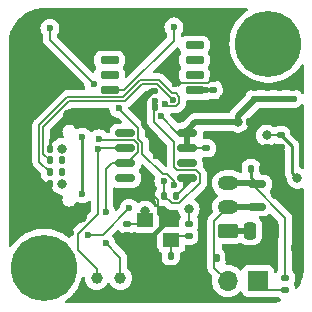
<source format=gbr>
%TF.GenerationSoftware,KiCad,Pcbnew,7.0.7*%
%TF.CreationDate,2024-03-07T17:34:25-08:00*%
%TF.ProjectId,magn_angle_sensor_v2,6d61676e-5f61-46e6-976c-655f73656e73,rev?*%
%TF.SameCoordinates,Original*%
%TF.FileFunction,Copper,L2,Bot*%
%TF.FilePolarity,Positive*%
%FSLAX46Y46*%
G04 Gerber Fmt 4.6, Leading zero omitted, Abs format (unit mm)*
G04 Created by KiCad (PCBNEW 7.0.7) date 2024-03-07 17:34:25*
%MOMM*%
%LPD*%
G01*
G04 APERTURE LIST*
G04 Aperture macros list*
%AMRoundRect*
0 Rectangle with rounded corners*
0 $1 Rounding radius*
0 $2 $3 $4 $5 $6 $7 $8 $9 X,Y pos of 4 corners*
0 Add a 4 corners polygon primitive as box body*
4,1,4,$2,$3,$4,$5,$6,$7,$8,$9,$2,$3,0*
0 Add four circle primitives for the rounded corners*
1,1,$1+$1,$2,$3*
1,1,$1+$1,$4,$5*
1,1,$1+$1,$6,$7*
1,1,$1+$1,$8,$9*
0 Add four rect primitives between the rounded corners*
20,1,$1+$1,$2,$3,$4,$5,0*
20,1,$1+$1,$4,$5,$6,$7,0*
20,1,$1+$1,$6,$7,$8,$9,0*
20,1,$1+$1,$8,$9,$2,$3,0*%
G04 Aperture macros list end*
%TA.AperFunction,ComponentPad*%
%ADD10RoundRect,0.250000X0.625000X-0.350000X0.625000X0.350000X-0.625000X0.350000X-0.625000X-0.350000X0*%
%TD*%
%TA.AperFunction,ComponentPad*%
%ADD11O,1.750000X1.200000*%
%TD*%
%TA.AperFunction,ComponentPad*%
%ADD12C,5.600000*%
%TD*%
%TA.AperFunction,ComponentPad*%
%ADD13O,2.100000X1.000000*%
%TD*%
%TA.AperFunction,ComponentPad*%
%ADD14O,1.800000X1.000000*%
%TD*%
%TA.AperFunction,ComponentPad*%
%ADD15R,1.700000X1.700000*%
%TD*%
%TA.AperFunction,ComponentPad*%
%ADD16O,1.700000X1.700000*%
%TD*%
%TA.AperFunction,SMDPad,CuDef*%
%ADD17RoundRect,0.140000X0.170000X-0.140000X0.170000X0.140000X-0.170000X0.140000X-0.170000X-0.140000X0*%
%TD*%
%TA.AperFunction,SMDPad,CuDef*%
%ADD18RoundRect,0.140000X-0.140000X-0.170000X0.140000X-0.170000X0.140000X0.170000X-0.140000X0.170000X0*%
%TD*%
%TA.AperFunction,SMDPad,CuDef*%
%ADD19RoundRect,0.135000X0.135000X0.185000X-0.135000X0.185000X-0.135000X-0.185000X0.135000X-0.185000X0*%
%TD*%
%TA.AperFunction,SMDPad,CuDef*%
%ADD20RoundRect,0.135000X-0.135000X-0.185000X0.135000X-0.185000X0.135000X0.185000X-0.135000X0.185000X0*%
%TD*%
%TA.AperFunction,SMDPad,CuDef*%
%ADD21RoundRect,0.250000X0.250000X0.475000X-0.250000X0.475000X-0.250000X-0.475000X0.250000X-0.475000X0*%
%TD*%
%TA.AperFunction,SMDPad,CuDef*%
%ADD22RoundRect,0.135000X0.185000X-0.135000X0.185000X0.135000X-0.185000X0.135000X-0.185000X-0.135000X0*%
%TD*%
%TA.AperFunction,SMDPad,CuDef*%
%ADD23RoundRect,0.140000X-0.170000X0.140000X-0.170000X-0.140000X0.170000X-0.140000X0.170000X0.140000X0*%
%TD*%
%TA.AperFunction,SMDPad,CuDef*%
%ADD24RoundRect,0.150000X-0.650000X-0.150000X0.650000X-0.150000X0.650000X0.150000X-0.650000X0.150000X0*%
%TD*%
%TA.AperFunction,SMDPad,CuDef*%
%ADD25RoundRect,0.150000X0.675000X0.150000X-0.675000X0.150000X-0.675000X-0.150000X0.675000X-0.150000X0*%
%TD*%
%TA.AperFunction,SMDPad,CuDef*%
%ADD26C,1.000000*%
%TD*%
%TA.AperFunction,SMDPad,CuDef*%
%ADD27RoundRect,0.140000X0.140000X0.170000X-0.140000X0.170000X-0.140000X-0.170000X0.140000X-0.170000X0*%
%TD*%
%TA.AperFunction,SMDPad,CuDef*%
%ADD28R,1.400000X1.200000*%
%TD*%
%TA.AperFunction,SMDPad,CuDef*%
%ADD29RoundRect,0.150000X-0.587500X-0.150000X0.587500X-0.150000X0.587500X0.150000X-0.587500X0.150000X0*%
%TD*%
%TA.AperFunction,ViaPad*%
%ADD30C,0.600000*%
%TD*%
%TA.AperFunction,ViaPad*%
%ADD31C,0.800000*%
%TD*%
%TA.AperFunction,ViaPad*%
%ADD32C,1.000000*%
%TD*%
%TA.AperFunction,Conductor*%
%ADD33C,0.150000*%
%TD*%
%TA.AperFunction,Conductor*%
%ADD34C,0.500000*%
%TD*%
%TA.AperFunction,Conductor*%
%ADD35C,0.200000*%
%TD*%
%TA.AperFunction,Conductor*%
%ADD36C,0.400000*%
%TD*%
%TA.AperFunction,Conductor*%
%ADD37C,0.250000*%
%TD*%
G04 APERTURE END LIST*
D10*
%TO.P,J3,1,Pin_1*%
%TO.N,+24V*%
X38600000Y-38850000D03*
D11*
%TO.P,J3,2,Pin_2*%
%TO.N,/CAN_H*%
X38600000Y-36850000D03*
%TO.P,J3,3,Pin_3*%
%TO.N,/CAN_L*%
X38600000Y-34850000D03*
%TO.P,J3,4,Pin_4*%
%TO.N,GND*%
X38600000Y-32850000D03*
%TD*%
D12*
%TO.P,H2,1*%
%TO.N,N/C*%
X42000000Y-23000000D03*
%TD*%
D13*
%TO.P,J2,S1,SHIELD*%
%TO.N,GND*%
X25650000Y-29010000D03*
D14*
X21450000Y-29010000D03*
D13*
X25650000Y-37650000D03*
D14*
X21450000Y-37650000D03*
%TD*%
D12*
%TO.P,H1,1*%
%TO.N,N/C*%
X23000000Y-42000000D03*
%TD*%
D15*
%TO.P,J1,1,Pin_1*%
%TO.N,Net-(J1-Pin_1)*%
X41100000Y-43100000D03*
D16*
%TO.P,J1,2,Pin_2*%
%TO.N,/CAN_H*%
X38560000Y-43100000D03*
%TD*%
D17*
%TO.P,C20,1*%
%TO.N,GND*%
X30050000Y-39230000D03*
%TO.P,C20,2*%
%TO.N,Net-(U5-XIN)*%
X30050000Y-38270000D03*
%TD*%
D18*
%TO.P,C21,1*%
%TO.N,GND*%
X32770000Y-40950000D03*
%TO.P,C21,2*%
%TO.N,Net-(C21-Pad2)*%
X33730000Y-40950000D03*
%TD*%
%TO.P,C2,1*%
%TO.N,GND*%
X31420000Y-28400000D03*
%TO.P,C2,2*%
%TO.N,+1V1*%
X32380000Y-28400000D03*
%TD*%
D19*
%TO.P,R10,1*%
%TO.N,Net-(J2-CC2)*%
X24510000Y-34900000D03*
%TO.P,R10,2*%
%TO.N,GND*%
X23490000Y-34900000D03*
%TD*%
D20*
%TO.P,R5,1*%
%TO.N,Net-(U5-USB_DM)*%
X23490000Y-32900000D03*
%TO.P,R5,2*%
%TO.N,/USB_D-*%
X24510000Y-32900000D03*
%TD*%
D18*
%TO.P,C24,1*%
%TO.N,/CAN_L*%
X40520000Y-33600000D03*
%TO.P,C24,2*%
%TO.N,GND*%
X41480000Y-33600000D03*
%TD*%
D21*
%TO.P,C10,1*%
%TO.N,GND*%
X42350000Y-38850000D03*
%TO.P,C10,2*%
%TO.N,+24V*%
X40450000Y-38850000D03*
%TD*%
D22*
%TO.P,R7,1*%
%TO.N,Net-(C21-Pad2)*%
X35250000Y-39260000D03*
%TO.P,R7,2*%
%TO.N,Net-(U5-XOUT)*%
X35250000Y-38240000D03*
%TD*%
D23*
%TO.P,C3,1*%
%TO.N,GND*%
X44050000Y-26720000D03*
%TO.P,C3,2*%
%TO.N,+3.3V*%
X44050000Y-27680000D03*
%TD*%
D22*
%TO.P,R9,1*%
%TO.N,Net-(J1-Pin_1)*%
X43400000Y-43860000D03*
%TO.P,R9,2*%
%TO.N,/CAN_L*%
X43400000Y-42840000D03*
%TD*%
D24*
%TO.P,U3,1,~{CS}*%
%TO.N,/QSPI_SS*%
X28550000Y-26955000D03*
%TO.P,U3,2,DO(IO1)*%
%TO.N,/QSPI_SD1*%
X28550000Y-25685000D03*
%TO.P,U3,3,IO2*%
%TO.N,/QSPI_SD2*%
X28550000Y-24415000D03*
%TO.P,U3,4,GND*%
%TO.N,GND*%
X28550000Y-23145000D03*
%TO.P,U3,5,DI(IO0)*%
%TO.N,/QSPI_SD0*%
X35750000Y-23145000D03*
%TO.P,U3,6,CLK*%
%TO.N,/QSPI_SCK*%
X35750000Y-24415000D03*
%TO.P,U3,7,IO3*%
%TO.N,/QSPI_SD3*%
X35750000Y-25685000D03*
%TO.P,U3,8,VCC*%
%TO.N,+3.3V*%
X35750000Y-26955000D03*
%TD*%
D25*
%TO.P,U4,1,VDD*%
%TO.N,+3.3V*%
X35125000Y-30595000D03*
%TO.P,U4,2,MODE*%
X35125000Y-31865000D03*
%TO.P,U4,3,ANALOG/PWM*%
%TO.N,unconnected-(U4-ANALOG{slash}PWM-Pad3)*%
X35125000Y-33135000D03*
%TO.P,U4,4,GND*%
%TO.N,GND*%
X35125000Y-34405000D03*
%TO.P,U4,5,PUSH*%
%TO.N,unconnected-(U4-PUSH-Pad5)*%
X29875000Y-34405000D03*
%TO.P,U4,6,A/U/SDA/DO*%
%TO.N,/SDA*%
X29875000Y-33135000D03*
%TO.P,U4,7,B/V/SCL/CLK*%
%TO.N,/SCL*%
X29875000Y-31865000D03*
%TO.P,U4,8,Z/W/CSN*%
%TO.N,unconnected-(U4-Z{slash}W{slash}CSN-Pad8)*%
X29875000Y-30595000D03*
%TD*%
D26*
%TO.P,TP4,1,1*%
%TO.N,/SDA*%
X29450000Y-42850000D03*
%TD*%
D18*
%TO.P,C23,1*%
%TO.N,/CAN_H*%
X37620000Y-41200000D03*
%TO.P,C23,2*%
%TO.N,GND*%
X38580000Y-41200000D03*
%TD*%
D23*
%TO.P,C4,1*%
%TO.N,GND*%
X41950000Y-26720000D03*
%TO.P,C4,2*%
%TO.N,+3.3V*%
X41950000Y-27680000D03*
%TD*%
D27*
%TO.P,C1,1*%
%TO.N,GND*%
X34130000Y-35950000D03*
%TO.P,C1,2*%
%TO.N,+1V1*%
X33170000Y-35950000D03*
%TD*%
D19*
%TO.P,R11,1*%
%TO.N,Net-(J2-CC1)*%
X24510000Y-31900000D03*
%TO.P,R11,2*%
%TO.N,GND*%
X23490000Y-31900000D03*
%TD*%
D26*
%TO.P,TP3,1,1*%
%TO.N,/SCL*%
X27450000Y-42850000D03*
%TD*%
D28*
%TO.P,Y1,1,1*%
%TO.N,Net-(C21-Pad2)*%
X33750000Y-39600000D03*
%TO.P,Y1,2,2*%
%TO.N,GND*%
X31550000Y-39600000D03*
%TO.P,Y1,3,3*%
%TO.N,Net-(U5-XIN)*%
X31550000Y-37900000D03*
%TO.P,Y1,4,4*%
%TO.N,GND*%
X33750000Y-37900000D03*
%TD*%
D17*
%TO.P,C14,1*%
%TO.N,+3.3V*%
X37300000Y-26930000D03*
%TO.P,C14,2*%
%TO.N,GND*%
X37300000Y-25970000D03*
%TD*%
D29*
%TO.P,CR1,1,1*%
%TO.N,/CAN_H*%
X41062500Y-36800000D03*
%TO.P,CR1,2,2*%
%TO.N,/CAN_L*%
X41062500Y-34900000D03*
%TO.P,CR1,3,3*%
%TO.N,GND*%
X42937500Y-35850000D03*
%TD*%
D23*
%TO.P,C5,1*%
%TO.N,GND*%
X43000000Y-26720000D03*
%TO.P,C5,2*%
%TO.N,+3.3V*%
X43000000Y-27680000D03*
%TD*%
D18*
%TO.P,C13,1*%
%TO.N,+3.3V*%
X39420000Y-29650000D03*
%TO.P,C13,2*%
%TO.N,GND*%
X40380000Y-29650000D03*
%TD*%
D23*
%TO.P,C12,1*%
%TO.N,+5V*%
X41850000Y-30770000D03*
%TO.P,C12,2*%
%TO.N,GND*%
X41850000Y-31730000D03*
%TD*%
%TO.P,C11,1*%
%TO.N,+5V*%
X43050000Y-30770000D03*
%TO.P,C11,2*%
%TO.N,GND*%
X43050000Y-31730000D03*
%TD*%
%TO.P,C6,2*%
%TO.N,+3.3V*%
X40900000Y-27680000D03*
%TO.P,C6,1*%
%TO.N,GND*%
X40900000Y-26720000D03*
%TD*%
D19*
%TO.P,R4,1*%
%TO.N,/USB_D+*%
X24510000Y-33900000D03*
%TO.P,R4,2*%
%TO.N,Net-(U5-USB_DP)*%
X23490000Y-33900000D03*
%TD*%
D23*
%TO.P,C17,1*%
%TO.N,+3.3V*%
X36750000Y-31870000D03*
%TO.P,C17,2*%
%TO.N,GND*%
X36750000Y-32830000D03*
%TD*%
D30*
%TO.N,GND*%
X20990000Y-25430000D03*
X32377170Y-27047330D03*
%TO.N,+1V1*%
X32410000Y-27860000D03*
%TO.N,GND*%
X31423576Y-35049500D03*
D31*
X23900000Y-30650000D03*
D30*
%TO.N,+3.3V*%
X36700000Y-26955000D03*
X32900000Y-29150000D03*
D31*
X39420000Y-29650000D03*
X34916849Y-30544816D03*
D30*
%TO.N,+1V1*%
X33150000Y-34649502D03*
D31*
%TO.N,+5V*%
X41850000Y-30770000D03*
X44450000Y-34400000D03*
D30*
%TO.N,VBUS*%
X26250000Y-30930000D03*
X26250000Y-35730000D03*
%TO.N,/USB_D+*%
X24510000Y-33900000D03*
%TO.N,/USB_D-*%
X24510000Y-32900000D03*
%TO.N,/LED*%
X30200000Y-36945500D03*
X26700000Y-39190000D03*
%TO.N,/RUN*%
X33986891Y-35010391D03*
X29326355Y-28489056D03*
X27213911Y-26416089D03*
X23500000Y-21700000D03*
%TO.N,/QSPI_SS*%
X34000000Y-21600000D03*
X28550000Y-26955000D03*
%TO.N,/SCL*%
X27579657Y-31933310D03*
%TO.N,/SDA*%
X28224500Y-39900000D03*
X27647372Y-31069947D03*
X28224500Y-37250000D03*
%TO.N,/QSPI_SD3*%
X35750000Y-25685000D03*
%TO.N,/QSPI_SCK*%
X35750000Y-24415000D03*
%TO.N,/QSPI_SD0*%
X35750000Y-23145000D03*
%TO.N,/QSPI_SD2*%
X28550000Y-24415000D03*
%TO.N,/QSPI_SD1*%
X28550000Y-25685000D03*
%TO.N,GND*%
X40900000Y-26750000D03*
X29900000Y-39300000D03*
X31550000Y-39650000D03*
X24240000Y-25930000D03*
X22300000Y-23850000D03*
X35000500Y-34386667D03*
X41500000Y-33600000D03*
X32500000Y-32550000D03*
D32*
X30650000Y-24150000D03*
X28350000Y-21650000D03*
X38200000Y-27800000D03*
D30*
X32500000Y-40550000D03*
X41850000Y-31750000D03*
X37400000Y-26000000D03*
X27050000Y-23850000D03*
X43000000Y-26750000D03*
X34100000Y-26450000D03*
X25700000Y-44400000D03*
X44200000Y-40300000D03*
D32*
X26900000Y-21700000D03*
D30*
X25250000Y-39000000D03*
X44050000Y-26750000D03*
X39200000Y-41200000D03*
X33600000Y-43200000D03*
X41950000Y-26750000D03*
X35500000Y-43200000D03*
X43050000Y-31750000D03*
X44400000Y-35950000D03*
X33050000Y-37900000D03*
D31*
%TO.N,Net-(J2-CC1)*%
X24510000Y-31900000D03*
%TO.N,Net-(J2-CC2)*%
X24510000Y-34900000D03*
%TO.N,Net-(U5-XIN)*%
X31550000Y-37200000D03*
D30*
%TO.N,Net-(U5-USB_DP)*%
X33198980Y-28152712D03*
%TO.N,Net-(U5-USB_DM)*%
X33889054Y-27748978D03*
D31*
%TO.N,Net-(U5-XOUT)*%
X35261286Y-37014896D03*
%TD*%
D33*
%TO.N,Net-(U5-USB_DP)*%
X22595000Y-33005000D02*
X23490000Y-33900000D01*
X24975026Y-27530000D02*
X22595000Y-29910026D01*
X29725025Y-27530000D02*
X24975026Y-27530000D01*
X32737282Y-26100000D02*
X31155024Y-26100000D01*
X33811759Y-27174478D02*
X32737282Y-26100000D01*
X34466785Y-28033215D02*
X34466785Y-27511305D01*
X34466785Y-27511305D02*
X34129958Y-27174478D01*
X22595000Y-29910026D02*
X22595000Y-33005000D01*
X34129958Y-27174478D02*
X33811759Y-27174478D01*
X34175522Y-28324478D02*
X34466785Y-28033215D01*
X33370746Y-28324478D02*
X34175522Y-28324478D01*
X33198980Y-28152712D02*
X33370746Y-28324478D01*
X31155024Y-26100000D02*
X29725025Y-27530000D01*
%TO.N,Net-(U5-USB_DM)*%
X22945000Y-32355000D02*
X23490000Y-32900000D01*
X22945000Y-30055000D02*
X22945000Y-32355000D01*
X29870000Y-27880000D02*
X25120000Y-27880000D01*
X25120000Y-27880000D02*
X22945000Y-30055000D01*
X33889054Y-27748978D02*
X33889054Y-27746041D01*
X33889054Y-27746041D02*
X32593013Y-26450000D01*
X32593013Y-26450000D02*
X31299999Y-26450000D01*
X31299999Y-26450000D02*
X29870000Y-27880000D01*
D34*
%TO.N,GND*%
X32162009Y-27047330D02*
X32377170Y-27047330D01*
X31420000Y-27789339D02*
X32162009Y-27047330D01*
X31420000Y-28400000D02*
X31420000Y-27789339D01*
D33*
%TO.N,+1V1*%
X32420000Y-27860000D02*
X32400000Y-27880000D01*
X32410000Y-27860000D02*
X32420000Y-27860000D01*
X32410000Y-27870000D02*
X32410000Y-27860000D01*
%TO.N,/RUN*%
X27213911Y-26416089D02*
X23500000Y-22702178D01*
X23500000Y-22702178D02*
X23500000Y-21700000D01*
D35*
%TO.N,/SDA*%
X28715000Y-33135000D02*
X29875000Y-33135000D01*
X28224500Y-37250000D02*
X28224500Y-33625500D01*
X28224500Y-33625500D02*
X28715000Y-33135000D01*
D33*
%TO.N,/RUN*%
X33986891Y-34673220D02*
X33986891Y-35010391D01*
X33388173Y-34074502D02*
X33986891Y-34673220D01*
X33074502Y-34074502D02*
X33388173Y-34074502D01*
X31325000Y-31393985D02*
X31325000Y-32325000D01*
X31325000Y-32325000D02*
X33074502Y-34074502D01*
X30975000Y-30177177D02*
X30975000Y-31043985D01*
X29326355Y-28528532D02*
X30975000Y-30177177D01*
X29326355Y-28489056D02*
X29326355Y-28528532D01*
X30975000Y-31043985D02*
X31325000Y-31393985D01*
D35*
%TO.N,+3.3V*%
X36700000Y-26955000D02*
X35750000Y-26955000D01*
X36700000Y-26955000D02*
X37275000Y-26955000D01*
X37275000Y-26955000D02*
X37300000Y-26930000D01*
D36*
%TO.N,GND*%
X33500000Y-37900000D02*
X33750000Y-37900000D01*
X31550000Y-39600000D02*
X31800000Y-39600000D01*
X31800000Y-39600000D02*
X33500000Y-37900000D01*
D33*
X31423576Y-35049500D02*
X32615000Y-36240924D01*
X32615000Y-36240924D02*
X32615000Y-37465000D01*
X32615000Y-37465000D02*
X33050000Y-37900000D01*
D35*
%TO.N,Net-(U5-XIN)*%
X31550000Y-37200000D02*
X31550000Y-37900000D01*
D34*
%TO.N,GND*%
X31420000Y-29879715D02*
X31420000Y-28400000D01*
X32500000Y-30959715D02*
X31420000Y-29879715D01*
X32500000Y-32550000D02*
X32500000Y-30959715D01*
D37*
X23490000Y-31900000D02*
X23490000Y-31060000D01*
X23490000Y-31060000D02*
X23900000Y-30650000D01*
D34*
%TO.N,+3.3V*%
X39420000Y-29650000D02*
X35811665Y-29650000D01*
D35*
X35130000Y-31870000D02*
X35125000Y-31865000D01*
D34*
X44050000Y-27680000D02*
X40900000Y-27680000D01*
D35*
X34294816Y-30544816D02*
X34916849Y-30544816D01*
D34*
X39420000Y-29160000D02*
X39420000Y-29650000D01*
X35125000Y-31865000D02*
X35125000Y-30752967D01*
D35*
X32900000Y-29150000D02*
X34294816Y-30544816D01*
D34*
X35125000Y-30752967D02*
X34916849Y-30544816D01*
D35*
X36750000Y-31870000D02*
X35130000Y-31870000D01*
D34*
X35811665Y-29650000D02*
X34916849Y-30544816D01*
X40900000Y-27680000D02*
X39420000Y-29160000D01*
D33*
%TO.N,+1V1*%
X34000000Y-33436041D02*
X34000000Y-31350000D01*
X33150000Y-35866899D02*
X33818895Y-36535794D01*
X33150000Y-35930000D02*
X33170000Y-35950000D01*
X36225000Y-34775000D02*
X36225000Y-34078959D01*
X35856041Y-33710000D02*
X34273959Y-33710000D01*
X34464206Y-36535794D02*
X36225000Y-34775000D01*
X33150000Y-34649502D02*
X33150000Y-35930000D01*
X34000000Y-31350000D02*
X32325000Y-29675000D01*
X33818895Y-36535794D02*
X34464206Y-36535794D01*
X33150000Y-34649502D02*
X33150000Y-35866899D01*
X36225000Y-34078959D02*
X35856041Y-33710000D01*
X32325000Y-29675000D02*
X32325000Y-27955000D01*
X34273959Y-33710000D02*
X34000000Y-33436041D01*
X32325000Y-27955000D02*
X32410000Y-27870000D01*
X33150000Y-34649502D02*
X33170000Y-34669502D01*
D34*
%TO.N,+24V*%
X40450000Y-38850000D02*
X38600000Y-38850000D01*
D35*
%TO.N,+5V*%
X43050000Y-30770000D02*
X41850000Y-30770000D01*
D37*
X44000000Y-33950000D02*
X44000000Y-31712391D01*
X44000000Y-31712391D02*
X43057609Y-30770000D01*
X43057609Y-30770000D02*
X43050000Y-30770000D01*
X44450000Y-34400000D02*
X44000000Y-33950000D01*
%TO.N,VBUS*%
X26250000Y-35730000D02*
X26250000Y-30930000D01*
D33*
%TO.N,/LED*%
X27955500Y-39190000D02*
X26700000Y-39190000D01*
X30200000Y-36945500D02*
X27955500Y-39190000D01*
%TO.N,/QSPI_SS*%
X29795000Y-26955000D02*
X28550000Y-26955000D01*
X34000000Y-22750000D02*
X29795000Y-26955000D01*
X34000000Y-21600000D02*
X34000000Y-22750000D01*
D35*
%TO.N,/SCL*%
X25850000Y-39131371D02*
X27579657Y-37401714D01*
D33*
X27647967Y-31865000D02*
X29875000Y-31865000D01*
X27579657Y-31933310D02*
X27647967Y-31865000D01*
D35*
X27450000Y-42850000D02*
X27450000Y-42065937D01*
X27450000Y-42065937D02*
X25850000Y-40465937D01*
X25850000Y-40465937D02*
X25850000Y-39131371D01*
X27579657Y-37401714D02*
X27579657Y-31933310D01*
D33*
%TO.N,/SDA*%
X29875000Y-33135000D02*
X30031041Y-33135000D01*
X30975000Y-31538959D02*
X30606041Y-31170000D01*
X30031041Y-33135000D02*
X30975000Y-32191041D01*
X30606041Y-31170000D02*
X27747425Y-31170000D01*
X30975000Y-32191041D02*
X30975000Y-31538959D01*
D35*
X29450000Y-42850000D02*
X29450000Y-41125500D01*
X29450000Y-41125500D02*
X28224500Y-39900000D01*
D33*
X27747425Y-31170000D02*
X27647372Y-31069947D01*
%TO.N,GND*%
X36890000Y-26380000D02*
X37300000Y-25970000D01*
D34*
X29645000Y-23145000D02*
X28550000Y-23145000D01*
X39200000Y-41200000D02*
X38580000Y-41200000D01*
D33*
X34100000Y-26450000D02*
X34170000Y-26380000D01*
X34170000Y-26380000D02*
X36890000Y-26380000D01*
X35125000Y-34955000D02*
X35125000Y-34405000D01*
D34*
X30650000Y-24150000D02*
X29645000Y-23145000D01*
D33*
X34130000Y-35950000D02*
X35125000Y-34955000D01*
D35*
%TO.N,Net-(U5-XIN)*%
X30050000Y-38270000D02*
X31180000Y-38270000D01*
X31180000Y-38270000D02*
X31550000Y-37900000D01*
%TO.N,Net-(C21-Pad2)*%
X35250000Y-39260000D02*
X34090000Y-39260000D01*
X33730000Y-40950000D02*
X33730000Y-39620000D01*
X33730000Y-39620000D02*
X33750000Y-39600000D01*
X34090000Y-39260000D02*
X33750000Y-39600000D01*
%TO.N,/CAN_H*%
X37425000Y-41965000D02*
X37425000Y-38025000D01*
X38560000Y-43100000D02*
X37425000Y-41965000D01*
D34*
X41012500Y-36850000D02*
X41062500Y-36800000D01*
X38600000Y-36850000D02*
X41012500Y-36850000D01*
D35*
X37425000Y-38025000D02*
X38600000Y-36850000D01*
D34*
%TO.N,/CAN_L*%
X41012500Y-34850000D02*
X41062500Y-34900000D01*
D37*
X40520000Y-33600000D02*
X40520000Y-34357500D01*
D35*
X40486396Y-34850000D02*
X38600000Y-34850000D01*
D37*
X40520000Y-34357500D02*
X41062500Y-34900000D01*
D35*
X43400000Y-37763604D02*
X40486396Y-34850000D01*
X43400000Y-42840000D02*
X43400000Y-37763604D01*
D34*
X38600000Y-34850000D02*
X41012500Y-34850000D01*
D35*
%TO.N,Net-(J1-Pin_1)*%
X43400000Y-43860000D02*
X43390000Y-43850000D01*
X43390000Y-43850000D02*
X41850000Y-43850000D01*
X41850000Y-43850000D02*
X41100000Y-43100000D01*
%TO.N,Net-(U5-XOUT)*%
X35261286Y-37014896D02*
X35261286Y-38228714D01*
X35261286Y-38228714D02*
X35250000Y-38240000D01*
%TD*%
%TA.AperFunction,Conductor*%
%TO.N,GND*%
G36*
X44953168Y-28116789D02*
G01*
X44993098Y-28174124D01*
X44999500Y-28213452D01*
X44999500Y-33467990D01*
X44979815Y-33535029D01*
X44927011Y-33580784D01*
X44857853Y-33590728D01*
X44825064Y-33581269D01*
X44729807Y-33538857D01*
X44729800Y-33538854D01*
X44723714Y-33537561D01*
X44662233Y-33504366D01*
X44628459Y-33443201D01*
X44625500Y-33416272D01*
X44625500Y-31795129D01*
X44627224Y-31779515D01*
X44626938Y-31779488D01*
X44627672Y-31771725D01*
X44625500Y-31702594D01*
X44625500Y-31673042D01*
X44625500Y-31673041D01*
X44624629Y-31666150D01*
X44624172Y-31660336D01*
X44622709Y-31613763D01*
X44617122Y-31594535D01*
X44613174Y-31575475D01*
X44612506Y-31570185D01*
X44610664Y-31555599D01*
X44593507Y-31512266D01*
X44591619Y-31506750D01*
X44578619Y-31462003D01*
X44568418Y-31444754D01*
X44559860Y-31427285D01*
X44552486Y-31408659D01*
X44552483Y-31408655D01*
X44552483Y-31408654D01*
X44525098Y-31370962D01*
X44521890Y-31366078D01*
X44498172Y-31325973D01*
X44498163Y-31325962D01*
X44484005Y-31311804D01*
X44471370Y-31297011D01*
X44459593Y-31280803D01*
X44423693Y-31251104D01*
X44419381Y-31247181D01*
X43896819Y-30724619D01*
X43863334Y-30663296D01*
X43860500Y-30636938D01*
X43860500Y-30565308D01*
X43857643Y-30529008D01*
X43857642Y-30529002D01*
X43812495Y-30373609D01*
X43812494Y-30373606D01*
X43812494Y-30373605D01*
X43730117Y-30234313D01*
X43730115Y-30234311D01*
X43730112Y-30234307D01*
X43615692Y-30119887D01*
X43615684Y-30119881D01*
X43506429Y-30055268D01*
X43476395Y-30037506D01*
X43476394Y-30037505D01*
X43476393Y-30037505D01*
X43476390Y-30037504D01*
X43320997Y-29992357D01*
X43320991Y-29992356D01*
X43284692Y-29989500D01*
X43284690Y-29989500D01*
X42815310Y-29989500D01*
X42815308Y-29989500D01*
X42779008Y-29992356D01*
X42779002Y-29992357D01*
X42623609Y-30037504D01*
X42623604Y-30037506D01*
X42556018Y-30077475D01*
X42488294Y-30094656D01*
X42422032Y-30072496D01*
X42420014Y-30071060D01*
X42302734Y-29985851D01*
X42302729Y-29985848D01*
X42129807Y-29908857D01*
X42129802Y-29908855D01*
X41972474Y-29875415D01*
X41944646Y-29869500D01*
X41755354Y-29869500D01*
X41727526Y-29875415D01*
X41570197Y-29908855D01*
X41570192Y-29908857D01*
X41397270Y-29985848D01*
X41397265Y-29985851D01*
X41244129Y-30097111D01*
X41117466Y-30237785D01*
X41022821Y-30401715D01*
X41022818Y-30401722D01*
X40968894Y-30567685D01*
X40964326Y-30581744D01*
X40944540Y-30770000D01*
X40964326Y-30958256D01*
X40964327Y-30958259D01*
X41022818Y-31138277D01*
X41022821Y-31138284D01*
X41117467Y-31302216D01*
X41223626Y-31420117D01*
X41244129Y-31442888D01*
X41397265Y-31554148D01*
X41397270Y-31554151D01*
X41570192Y-31631142D01*
X41570197Y-31631144D01*
X41755354Y-31670500D01*
X41755355Y-31670500D01*
X41944644Y-31670500D01*
X41944646Y-31670500D01*
X42129803Y-31631144D01*
X42302730Y-31554151D01*
X42373830Y-31502494D01*
X42420015Y-31468939D01*
X42485821Y-31445459D01*
X42553875Y-31461284D01*
X42556021Y-31462525D01*
X42623605Y-31502494D01*
X42638254Y-31506750D01*
X42779002Y-31547642D01*
X42779005Y-31547642D01*
X42779007Y-31547643D01*
X42791107Y-31548595D01*
X42815308Y-31550500D01*
X42815310Y-31550500D01*
X42902157Y-31550500D01*
X42969196Y-31570185D01*
X42989838Y-31586819D01*
X43338181Y-31935162D01*
X43371666Y-31996485D01*
X43374500Y-32022843D01*
X43374499Y-33867255D01*
X43372776Y-33882872D01*
X43373061Y-33882899D01*
X43372326Y-33890665D01*
X43374500Y-33959814D01*
X43374500Y-33989343D01*
X43374501Y-33989360D01*
X43375368Y-33996231D01*
X43375826Y-34002050D01*
X43377290Y-34048624D01*
X43377291Y-34048627D01*
X43382880Y-34067867D01*
X43386824Y-34086911D01*
X43389336Y-34106791D01*
X43406490Y-34150119D01*
X43408382Y-34155647D01*
X43418161Y-34189306D01*
X43421382Y-34200390D01*
X43428096Y-34211744D01*
X43431580Y-34217634D01*
X43440138Y-34235103D01*
X43447514Y-34253732D01*
X43474898Y-34291423D01*
X43478106Y-34296307D01*
X43501827Y-34336416D01*
X43501834Y-34336425D01*
X43511038Y-34345629D01*
X43544523Y-34406952D01*
X43546678Y-34420348D01*
X43552695Y-34477595D01*
X43564326Y-34588256D01*
X43564327Y-34588259D01*
X43622818Y-34768277D01*
X43622821Y-34768284D01*
X43717467Y-34932216D01*
X43787858Y-35010393D01*
X43844129Y-35072888D01*
X43997265Y-35184148D01*
X43997270Y-35184151D01*
X44170192Y-35261142D01*
X44170197Y-35261144D01*
X44355354Y-35300500D01*
X44355355Y-35300500D01*
X44544644Y-35300500D01*
X44544646Y-35300500D01*
X44729803Y-35261144D01*
X44761129Y-35247196D01*
X44825064Y-35218731D01*
X44894314Y-35209446D01*
X44957591Y-35239074D01*
X44994804Y-35298209D01*
X44999500Y-35332010D01*
X44999500Y-41998376D01*
X44999415Y-42001622D01*
X44992509Y-42133382D01*
X44982196Y-42317013D01*
X44981530Y-42323240D01*
X44957394Y-42475630D01*
X44929778Y-42638163D01*
X44928541Y-42643827D01*
X44887579Y-42796702D01*
X44842916Y-42951725D01*
X44841221Y-42956781D01*
X44783877Y-43106170D01*
X44722643Y-43254001D01*
X44720604Y-43258423D01*
X44647488Y-43401921D01*
X44570364Y-43541467D01*
X44568097Y-43545246D01*
X44480019Y-43680872D01*
X44445598Y-43729384D01*
X44390750Y-43772667D01*
X44321208Y-43779427D01*
X44259051Y-43747516D01*
X44224014Y-43687066D01*
X44220564Y-43662486D01*
X44220499Y-43660817D01*
X44217665Y-43624799D01*
X44217665Y-43624796D01*
X44172869Y-43470607D01*
X44138869Y-43413117D01*
X44121688Y-43345398D01*
X44138869Y-43286882D01*
X44172869Y-43229393D01*
X44210462Y-43099999D01*
X44217664Y-43075208D01*
X44217665Y-43075202D01*
X44220500Y-43039183D01*
X44220499Y-42640819D01*
X44220256Y-42637742D01*
X44217665Y-42604796D01*
X44172869Y-42450607D01*
X44091135Y-42312402D01*
X44091133Y-42312400D01*
X44091130Y-42312396D01*
X44036819Y-42258085D01*
X44003334Y-42196762D01*
X44000500Y-42170404D01*
X44000500Y-37807032D01*
X44001031Y-37798930D01*
X44005682Y-37763603D01*
X44005682Y-37763602D01*
X43985044Y-37606843D01*
X43985044Y-37606842D01*
X43924536Y-37460763D01*
X43900033Y-37428830D01*
X43828282Y-37335322D01*
X43800005Y-37313624D01*
X43793904Y-37308273D01*
X42140469Y-35654838D01*
X42106984Y-35593515D01*
X42111968Y-35523823D01*
X42140466Y-35479478D01*
X42168081Y-35451865D01*
X42251744Y-35310398D01*
X42288045Y-35185451D01*
X42297597Y-35152573D01*
X42297598Y-35152567D01*
X42300500Y-35115696D01*
X42300500Y-34684304D01*
X42297598Y-34647432D01*
X42297597Y-34647426D01*
X42251745Y-34489606D01*
X42251744Y-34489603D01*
X42251744Y-34489602D01*
X42168081Y-34348135D01*
X42168079Y-34348133D01*
X42168076Y-34348129D01*
X42051870Y-34231923D01*
X42051862Y-34231917D01*
X41972871Y-34185202D01*
X41910398Y-34148256D01*
X41910397Y-34148255D01*
X41910396Y-34148255D01*
X41910393Y-34148254D01*
X41752573Y-34102402D01*
X41752567Y-34102401D01*
X41715696Y-34099500D01*
X41715694Y-34099500D01*
X41396408Y-34099500D01*
X41329369Y-34079815D01*
X41283614Y-34027011D01*
X41273670Y-33957853D01*
X41277332Y-33940905D01*
X41297642Y-33870997D01*
X41297643Y-33870991D01*
X41297896Y-33867784D01*
X41300500Y-33834690D01*
X41300500Y-33365310D01*
X41297643Y-33329007D01*
X41292486Y-33311258D01*
X41252495Y-33173609D01*
X41252494Y-33173606D01*
X41252494Y-33173605D01*
X41170117Y-33034313D01*
X41170115Y-33034311D01*
X41170112Y-33034307D01*
X41055692Y-32919887D01*
X41055684Y-32919881D01*
X40916393Y-32837505D01*
X40916390Y-32837504D01*
X40760997Y-32792357D01*
X40760991Y-32792356D01*
X40724692Y-32789500D01*
X40724690Y-32789500D01*
X40315310Y-32789500D01*
X40315308Y-32789500D01*
X40279008Y-32792356D01*
X40279002Y-32792357D01*
X40123609Y-32837504D01*
X40123606Y-32837505D01*
X39984315Y-32919881D01*
X39984307Y-32919887D01*
X39869887Y-33034307D01*
X39869881Y-33034315D01*
X39787505Y-33173606D01*
X39787504Y-33173609D01*
X39742357Y-33329002D01*
X39742356Y-33329008D01*
X39739500Y-33365308D01*
X39739500Y-33834694D01*
X39741667Y-33862238D01*
X39727301Y-33930614D01*
X39678248Y-33980370D01*
X39610083Y-33995707D01*
X39551009Y-33976278D01*
X39381574Y-33867388D01*
X39325816Y-33845066D01*
X39186457Y-33789275D01*
X39186455Y-33789274D01*
X38980086Y-33749500D01*
X38980085Y-33749500D01*
X38272575Y-33749500D01*
X38115782Y-33764472D01*
X38115778Y-33764473D01*
X37914127Y-33823683D01*
X37727313Y-33919991D01*
X37562116Y-34049905D01*
X37562112Y-34049909D01*
X37424478Y-34208746D01*
X37319398Y-34390750D01*
X37250656Y-34589365D01*
X37250656Y-34589367D01*
X37221381Y-34792987D01*
X37220746Y-34797401D01*
X37230745Y-35007327D01*
X37280296Y-35211578D01*
X37280298Y-35211582D01*
X37367598Y-35402743D01*
X37367601Y-35402748D01*
X37367602Y-35402750D01*
X37367604Y-35402753D01*
X37489514Y-35573952D01*
X37489515Y-35573953D01*
X37489520Y-35573959D01*
X37641619Y-35718984D01*
X37641621Y-35718985D01*
X37641622Y-35718986D01*
X37668376Y-35736180D01*
X37682941Y-35745540D01*
X37728696Y-35798344D01*
X37738640Y-35867503D01*
X37709615Y-35931059D01*
X37692555Y-35947326D01*
X37562112Y-36049909D01*
X37424478Y-36208746D01*
X37319398Y-36390750D01*
X37250656Y-36589365D01*
X37250656Y-36589367D01*
X37220830Y-36796819D01*
X37220746Y-36797401D01*
X37230745Y-37007327D01*
X37280296Y-37211578D01*
X37282228Y-37217158D01*
X37280091Y-37217897D01*
X37288612Y-37277176D01*
X37259586Y-37340731D01*
X37253556Y-37347207D01*
X37031096Y-37569668D01*
X37024993Y-37575020D01*
X36996719Y-37596716D01*
X36972550Y-37628215D01*
X36900461Y-37722162D01*
X36900461Y-37722163D01*
X36839957Y-37868234D01*
X36839955Y-37868239D01*
X36820985Y-38012339D01*
X36819318Y-38025000D01*
X36821400Y-38040817D01*
X36823969Y-38060326D01*
X36824500Y-38068428D01*
X36824500Y-41921571D01*
X36823969Y-41929673D01*
X36819318Y-41964999D01*
X36819318Y-41965001D01*
X36825308Y-42010500D01*
X36839955Y-42121760D01*
X36839956Y-42121762D01*
X36900464Y-42267841D01*
X36996718Y-42393282D01*
X37024995Y-42414980D01*
X37031085Y-42420320D01*
X37153750Y-42542985D01*
X37227233Y-42616468D01*
X37260718Y-42677791D01*
X37259327Y-42736241D01*
X37224939Y-42864583D01*
X37224936Y-42864596D01*
X37204341Y-43099999D01*
X37204341Y-43100000D01*
X37224936Y-43335403D01*
X37224938Y-43335413D01*
X37286094Y-43563655D01*
X37286096Y-43563659D01*
X37286097Y-43563663D01*
X37343641Y-43687066D01*
X37385965Y-43777830D01*
X37385967Y-43777834D01*
X37465114Y-43890867D01*
X37521505Y-43971401D01*
X37688599Y-44138495D01*
X37785384Y-44206264D01*
X37882165Y-44274032D01*
X37882167Y-44274033D01*
X37882170Y-44274035D01*
X38096337Y-44373903D01*
X38324592Y-44435063D01*
X38507103Y-44451031D01*
X38559999Y-44455659D01*
X38560000Y-44455659D01*
X38560001Y-44455659D01*
X38612897Y-44451031D01*
X38795408Y-44435063D01*
X39023663Y-44373903D01*
X39237830Y-44274035D01*
X39431401Y-44138495D01*
X39553329Y-44016566D01*
X39614648Y-43983084D01*
X39684340Y-43988068D01*
X39740274Y-44029939D01*
X39757189Y-44060917D01*
X39806202Y-44192328D01*
X39806206Y-44192335D01*
X39892452Y-44307544D01*
X39892455Y-44307547D01*
X40007664Y-44393793D01*
X40007671Y-44393797D01*
X40142517Y-44444091D01*
X40142516Y-44444091D01*
X40149444Y-44444835D01*
X40202127Y-44450500D01*
X41806563Y-44450499D01*
X41814663Y-44451029D01*
X41828367Y-44452833D01*
X41849999Y-44455682D01*
X41850000Y-44455682D01*
X41885329Y-44451030D01*
X41893428Y-44450500D01*
X42720404Y-44450500D01*
X42787443Y-44470185D01*
X42808085Y-44486819D01*
X42822396Y-44501130D01*
X42822400Y-44501133D01*
X42822402Y-44501135D01*
X42960607Y-44582869D01*
X42968729Y-44585228D01*
X42987691Y-44590738D01*
X43046577Y-44628344D01*
X43075783Y-44691817D01*
X43066037Y-44761003D01*
X43020433Y-44813938D01*
X42997533Y-44825578D01*
X42956781Y-44841221D01*
X42951725Y-44842916D01*
X42796702Y-44887579D01*
X42643827Y-44928541D01*
X42638163Y-44929778D01*
X42475630Y-44957394D01*
X42323240Y-44981530D01*
X42317013Y-44982196D01*
X42133382Y-44992509D01*
X42001622Y-44999415D01*
X41998376Y-44999500D01*
X24863253Y-44999500D01*
X24796214Y-44979815D01*
X24750459Y-44927011D01*
X24740515Y-44857853D01*
X24769540Y-44794297D01*
X24799322Y-44769251D01*
X24854919Y-44735800D01*
X25139837Y-44519211D01*
X25399668Y-44273086D01*
X25631365Y-44000311D01*
X25832211Y-43704085D01*
X25999853Y-43387880D01*
X26132324Y-43055403D01*
X26201685Y-42805583D01*
X26238588Y-42746253D01*
X26301707Y-42716292D01*
X26371005Y-42725213D01*
X26424480Y-42770183D01*
X26445152Y-42836924D01*
X26444659Y-42848762D01*
X26444659Y-42849999D01*
X26463975Y-43046129D01*
X26521188Y-43234733D01*
X26614086Y-43408532D01*
X26614090Y-43408539D01*
X26739116Y-43560883D01*
X26891460Y-43685909D01*
X26891467Y-43685913D01*
X27065266Y-43778811D01*
X27065269Y-43778811D01*
X27065273Y-43778814D01*
X27253868Y-43836024D01*
X27450000Y-43855341D01*
X27646132Y-43836024D01*
X27834727Y-43778814D01*
X27836561Y-43777834D01*
X28008532Y-43685913D01*
X28008538Y-43685910D01*
X28160883Y-43560883D01*
X28285910Y-43408538D01*
X28309680Y-43364068D01*
X28340642Y-43306143D01*
X28389604Y-43256299D01*
X28457742Y-43240838D01*
X28523421Y-43264670D01*
X28559358Y-43306143D01*
X28614086Y-43408532D01*
X28614090Y-43408539D01*
X28739116Y-43560883D01*
X28891460Y-43685909D01*
X28891467Y-43685913D01*
X29065266Y-43778811D01*
X29065269Y-43778811D01*
X29065273Y-43778814D01*
X29253868Y-43836024D01*
X29450000Y-43855341D01*
X29646132Y-43836024D01*
X29834727Y-43778814D01*
X29836561Y-43777834D01*
X30008532Y-43685913D01*
X30008538Y-43685910D01*
X30160883Y-43560883D01*
X30285910Y-43408538D01*
X30378814Y-43234727D01*
X30436024Y-43046132D01*
X30455341Y-42850000D01*
X30436024Y-42653868D01*
X30378814Y-42465273D01*
X30378811Y-42465269D01*
X30378811Y-42465266D01*
X30285913Y-42291467D01*
X30285909Y-42291460D01*
X30163673Y-42142517D01*
X30160883Y-42139117D01*
X30095832Y-42085730D01*
X30056500Y-42027987D01*
X30050500Y-41989880D01*
X30050500Y-41168928D01*
X30051031Y-41160826D01*
X30055682Y-41125499D01*
X30055682Y-41125498D01*
X30035044Y-40968739D01*
X30035044Y-40968738D01*
X29974536Y-40822659D01*
X29946294Y-40785853D01*
X29878282Y-40697218D01*
X29850005Y-40675520D01*
X29843904Y-40670169D01*
X29055200Y-39881465D01*
X29021715Y-39820142D01*
X29019663Y-39807686D01*
X29009868Y-39720745D01*
X28950289Y-39550478D01*
X28854316Y-39397738D01*
X28795659Y-39339081D01*
X28762174Y-39277758D01*
X28767158Y-39208066D01*
X28795657Y-39163721D01*
X29176505Y-38782873D01*
X29237826Y-38749390D01*
X29307518Y-38754374D01*
X29363451Y-38796246D01*
X29368930Y-38804458D01*
X29369887Y-38805692D01*
X29484307Y-38920112D01*
X29484311Y-38920115D01*
X29484313Y-38920117D01*
X29623605Y-39002494D01*
X29661088Y-39013384D01*
X29779002Y-39047642D01*
X29779005Y-39047642D01*
X29779007Y-39047643D01*
X29791107Y-39048595D01*
X29815308Y-39050500D01*
X29815310Y-39050500D01*
X30284692Y-39050500D01*
X30302841Y-39049071D01*
X30320993Y-39047643D01*
X30320995Y-39047642D01*
X30320997Y-39047642D01*
X30361975Y-39035736D01*
X30476395Y-39002494D01*
X30537060Y-38966615D01*
X30604784Y-38949433D01*
X30643515Y-38957166D01*
X30742517Y-38994091D01*
X30742516Y-38994091D01*
X30749444Y-38994835D01*
X30802127Y-39000500D01*
X32297872Y-39000499D01*
X32357483Y-38994091D01*
X32382165Y-38984884D01*
X32451856Y-38979899D01*
X32513180Y-39013384D01*
X32546666Y-39074706D01*
X32549500Y-39101066D01*
X32549500Y-40247870D01*
X32549501Y-40247876D01*
X32555908Y-40307483D01*
X32606202Y-40442328D01*
X32606206Y-40442335D01*
X32692452Y-40557544D01*
X32692455Y-40557547D01*
X32807664Y-40643793D01*
X32807669Y-40643796D01*
X32868833Y-40666608D01*
X32924766Y-40708478D01*
X32949184Y-40773942D01*
X32949500Y-40782790D01*
X32949500Y-41184692D01*
X32952356Y-41220991D01*
X32952357Y-41220997D01*
X32997504Y-41376390D01*
X32997505Y-41376393D01*
X33079881Y-41515684D01*
X33079887Y-41515692D01*
X33194307Y-41630112D01*
X33194311Y-41630115D01*
X33194313Y-41630117D01*
X33333605Y-41712494D01*
X33374587Y-41724400D01*
X33489002Y-41757642D01*
X33489005Y-41757642D01*
X33489007Y-41757643D01*
X33501107Y-41758595D01*
X33525308Y-41760500D01*
X33525310Y-41760500D01*
X33934692Y-41760500D01*
X33952841Y-41759071D01*
X33970993Y-41757643D01*
X33970995Y-41757642D01*
X33970997Y-41757642D01*
X34043787Y-41736494D01*
X34126395Y-41712494D01*
X34265687Y-41630117D01*
X34380117Y-41515687D01*
X34462494Y-41376395D01*
X34507643Y-41220993D01*
X34510500Y-41184690D01*
X34510500Y-40797708D01*
X34530185Y-40730670D01*
X34582989Y-40684915D01*
X34591160Y-40681530D01*
X34692331Y-40643796D01*
X34807546Y-40557546D01*
X34893796Y-40442331D01*
X34944091Y-40307483D01*
X34950500Y-40247873D01*
X34950499Y-40154498D01*
X34970183Y-40087461D01*
X35022986Y-40041705D01*
X35074495Y-40030499D01*
X35499180Y-40030499D01*
X35499181Y-40030499D01*
X35502015Y-40030275D01*
X35535204Y-40027665D01*
X35689393Y-39982869D01*
X35827598Y-39901135D01*
X35941135Y-39787598D01*
X36022869Y-39649393D01*
X36067665Y-39495204D01*
X36070500Y-39459181D01*
X36070499Y-39060820D01*
X36067665Y-39024796D01*
X36022869Y-38870607D01*
X35988870Y-38813119D01*
X35971688Y-38745396D01*
X35988870Y-38686881D01*
X36022869Y-38629393D01*
X36067665Y-38475204D01*
X36070500Y-38439181D01*
X36070499Y-38040820D01*
X36067665Y-38004796D01*
X36022869Y-37850607D01*
X35994694Y-37802965D01*
X35949387Y-37726355D01*
X35932204Y-37658631D01*
X35954364Y-37592368D01*
X35963963Y-37580269D01*
X35993819Y-37547112D01*
X36088465Y-37383180D01*
X36146960Y-37203152D01*
X36166746Y-37014896D01*
X36146960Y-36826640D01*
X36088465Y-36646612D01*
X35993819Y-36482680D01*
X35867157Y-36342008D01*
X35862817Y-36338855D01*
X35755667Y-36261006D01*
X35713001Y-36205676D01*
X35707022Y-36136063D01*
X35739627Y-36074268D01*
X35740797Y-36073081D01*
X36602398Y-35211480D01*
X36608489Y-35206138D01*
X36635451Y-35185451D01*
X36652405Y-35163356D01*
X36658610Y-35155269D01*
X36658612Y-35155268D01*
X36727699Y-35065233D01*
X36755123Y-34999025D01*
X36779682Y-34939734D01*
X36781899Y-34934378D01*
X36785687Y-34925236D01*
X36800500Y-34812720D01*
X36805466Y-34775000D01*
X36801031Y-34741312D01*
X36800500Y-34733211D01*
X36800500Y-34120739D01*
X36801031Y-34112637D01*
X36802379Y-34102402D01*
X36805465Y-34078959D01*
X36800766Y-34043272D01*
X36800765Y-34043253D01*
X36798627Y-34027011D01*
X36785687Y-33928723D01*
X36757318Y-33860235D01*
X36727699Y-33788726D01*
X36727698Y-33788725D01*
X36727698Y-33788724D01*
X36656141Y-33695471D01*
X36635449Y-33668506D01*
X36620691Y-33657182D01*
X36608490Y-33647820D01*
X36602400Y-33642479D01*
X36476916Y-33516995D01*
X36443431Y-33455672D01*
X36445521Y-33394718D01*
X36445595Y-33394461D01*
X36447598Y-33387569D01*
X36450500Y-33350694D01*
X36450500Y-32919306D01*
X36447598Y-32882431D01*
X36434545Y-32837504D01*
X36426292Y-32809095D01*
X36426491Y-32739226D01*
X36464433Y-32680556D01*
X36528071Y-32651712D01*
X36545368Y-32650500D01*
X36984692Y-32650500D01*
X37002841Y-32649071D01*
X37020993Y-32647643D01*
X37020995Y-32647642D01*
X37020997Y-32647642D01*
X37061975Y-32635736D01*
X37176395Y-32602494D01*
X37315687Y-32520117D01*
X37430117Y-32405687D01*
X37512494Y-32266395D01*
X37557643Y-32110993D01*
X37559561Y-32086620D01*
X37560500Y-32074692D01*
X37560500Y-31665308D01*
X37557643Y-31629008D01*
X37557642Y-31629002D01*
X37512495Y-31473609D01*
X37512494Y-31473606D01*
X37512494Y-31473605D01*
X37430117Y-31334313D01*
X37430115Y-31334311D01*
X37430112Y-31334307D01*
X37315692Y-31219887D01*
X37315684Y-31219881D01*
X37238707Y-31174357D01*
X37176395Y-31137506D01*
X37176394Y-31137505D01*
X37176393Y-31137505D01*
X37176390Y-31137504D01*
X37020997Y-31092357D01*
X37020991Y-31092356D01*
X36984692Y-31089500D01*
X36984690Y-31089500D01*
X36542463Y-31089500D01*
X36475424Y-31069815D01*
X36429669Y-31017011D01*
X36419725Y-30947853D01*
X36423387Y-30930905D01*
X36447597Y-30847573D01*
X36447598Y-30847567D01*
X36450500Y-30810696D01*
X36450500Y-30524500D01*
X36470185Y-30457461D01*
X36522989Y-30411706D01*
X36574500Y-30400500D01*
X38880663Y-30400500D01*
X38947702Y-30420185D01*
X38953548Y-30424182D01*
X38967265Y-30434148D01*
X38967270Y-30434151D01*
X39140192Y-30511142D01*
X39140197Y-30511144D01*
X39325354Y-30550500D01*
X39325355Y-30550500D01*
X39514644Y-30550500D01*
X39514646Y-30550500D01*
X39699803Y-30511144D01*
X39872730Y-30434151D01*
X40025871Y-30322888D01*
X40152533Y-30182216D01*
X40247179Y-30018284D01*
X40305674Y-29838256D01*
X40325460Y-29650000D01*
X40305674Y-29461744D01*
X40298242Y-29438874D01*
X40296246Y-29369035D01*
X40328490Y-29312876D01*
X41166425Y-28474941D01*
X41219511Y-28443547D01*
X41247476Y-28435423D01*
X41282069Y-28430500D01*
X41567934Y-28430500D01*
X41602528Y-28435423D01*
X41679007Y-28457643D01*
X41691108Y-28458595D01*
X41715308Y-28460500D01*
X41715310Y-28460500D01*
X42184692Y-28460500D01*
X42202841Y-28459071D01*
X42220993Y-28457643D01*
X42297471Y-28435423D01*
X42332066Y-28430500D01*
X42617934Y-28430500D01*
X42652528Y-28435423D01*
X42729007Y-28457643D01*
X42741108Y-28458595D01*
X42765308Y-28460500D01*
X42765310Y-28460500D01*
X43234692Y-28460500D01*
X43252841Y-28459071D01*
X43270993Y-28457643D01*
X43347471Y-28435423D01*
X43382066Y-28430500D01*
X43667934Y-28430500D01*
X43702528Y-28435423D01*
X43779007Y-28457643D01*
X43791108Y-28458595D01*
X43815308Y-28460500D01*
X43815310Y-28460500D01*
X44284692Y-28460500D01*
X44302841Y-28459071D01*
X44320993Y-28457643D01*
X44320995Y-28457642D01*
X44320997Y-28457642D01*
X44361975Y-28445736D01*
X44476395Y-28412494D01*
X44615687Y-28330117D01*
X44730117Y-28215687D01*
X44749182Y-28183451D01*
X44768768Y-28150332D01*
X44819836Y-28102648D01*
X44888578Y-28090144D01*
X44953168Y-28116789D01*
G37*
%TD.AperFunction*%
%TA.AperFunction,Conductor*%
G36*
X42196884Y-37425571D02*
G01*
X42241234Y-37454073D01*
X42763182Y-37976021D01*
X42796666Y-38037342D01*
X42799500Y-38063700D01*
X42799500Y-42170404D01*
X42779815Y-42237443D01*
X42763181Y-42258085D01*
X42708869Y-42312396D01*
X42708862Y-42312405D01*
X42681231Y-42359128D01*
X42630162Y-42406812D01*
X42561420Y-42419315D01*
X42496831Y-42392669D01*
X42456901Y-42335334D01*
X42450499Y-42296007D01*
X42450499Y-42202129D01*
X42450498Y-42202123D01*
X42444091Y-42142516D01*
X42393797Y-42007671D01*
X42393793Y-42007664D01*
X42307547Y-41892455D01*
X42307544Y-41892452D01*
X42192335Y-41806206D01*
X42192328Y-41806202D01*
X42057482Y-41755908D01*
X42057483Y-41755908D01*
X41997883Y-41749501D01*
X41997881Y-41749500D01*
X41997873Y-41749500D01*
X41997864Y-41749500D01*
X40202129Y-41749500D01*
X40202123Y-41749501D01*
X40142516Y-41755908D01*
X40007671Y-41806202D01*
X40007664Y-41806206D01*
X39892455Y-41892452D01*
X39892452Y-41892455D01*
X39806206Y-42007664D01*
X39806203Y-42007669D01*
X39757189Y-42139083D01*
X39715317Y-42195016D01*
X39649853Y-42219433D01*
X39581580Y-42204581D01*
X39553326Y-42183430D01*
X39431402Y-42061506D01*
X39431395Y-42061501D01*
X39424851Y-42056919D01*
X39378588Y-42024525D01*
X39237834Y-41925967D01*
X39237830Y-41925965D01*
X39201824Y-41909175D01*
X39023663Y-41826097D01*
X39023659Y-41826096D01*
X39023655Y-41826094D01*
X38795413Y-41764938D01*
X38795403Y-41764936D01*
X38560001Y-41744341D01*
X38559998Y-41744341D01*
X38492330Y-41750261D01*
X38423830Y-41736494D01*
X38373647Y-41687879D01*
X38357714Y-41619850D01*
X38362447Y-41592138D01*
X38397642Y-41470997D01*
X38397643Y-41470991D01*
X38400500Y-41434692D01*
X38400500Y-40965308D01*
X38397643Y-40929008D01*
X38397642Y-40929002D01*
X38356052Y-40785853D01*
X38352494Y-40773605D01*
X38270117Y-40634313D01*
X38270115Y-40634311D01*
X38270112Y-40634307D01*
X38155692Y-40519887D01*
X38155681Y-40519878D01*
X38086378Y-40478892D01*
X38038695Y-40427823D01*
X38025500Y-40372161D01*
X38025500Y-40074499D01*
X38045185Y-40007460D01*
X38097989Y-39961705D01*
X38149500Y-39950499D01*
X39275002Y-39950499D01*
X39275008Y-39950499D01*
X39377797Y-39939999D01*
X39544334Y-39884814D01*
X39556205Y-39877491D01*
X39623596Y-39859052D01*
X39690260Y-39879974D01*
X39708982Y-39895350D01*
X39731344Y-39917712D01*
X39880666Y-40009814D01*
X40047203Y-40064999D01*
X40149991Y-40075500D01*
X40750008Y-40075499D01*
X40750016Y-40075498D01*
X40750019Y-40075498D01*
X40806302Y-40069748D01*
X40852797Y-40064999D01*
X41019334Y-40009814D01*
X41168656Y-39917712D01*
X41292712Y-39793656D01*
X41384814Y-39644334D01*
X41439999Y-39477797D01*
X41450500Y-39375009D01*
X41450499Y-38324992D01*
X41439999Y-38222203D01*
X41384814Y-38055666D01*
X41292712Y-37906344D01*
X41198548Y-37812180D01*
X41165064Y-37750858D01*
X41170048Y-37681166D01*
X41211920Y-37625233D01*
X41277384Y-37600816D01*
X41286230Y-37600500D01*
X41715696Y-37600500D01*
X41734131Y-37599049D01*
X41752569Y-37597598D01*
X41752571Y-37597597D01*
X41752573Y-37597597D01*
X41830282Y-37575020D01*
X41910398Y-37551744D01*
X42051865Y-37468081D01*
X42065871Y-37454073D01*
X42127192Y-37420588D01*
X42196884Y-37425571D01*
G37*
%TD.AperFunction*%
%TA.AperFunction,Conductor*%
G36*
X40203786Y-20020185D02*
G01*
X40249541Y-20072989D01*
X40259485Y-20142147D01*
X40230460Y-20205703D01*
X40200677Y-20230748D01*
X40145081Y-20264200D01*
X40125094Y-20279394D01*
X39860172Y-20480781D01*
X39860163Y-20480789D01*
X39600331Y-20726914D01*
X39368641Y-20999680D01*
X39368634Y-20999690D01*
X39167790Y-21295913D01*
X39167784Y-21295922D01*
X39000151Y-21612111D01*
X39000142Y-21612129D01*
X38867674Y-21944600D01*
X38867672Y-21944607D01*
X38771932Y-22289434D01*
X38771926Y-22289460D01*
X38714029Y-22642614D01*
X38714028Y-22642627D01*
X38714028Y-22642629D01*
X38710799Y-22702178D01*
X38694652Y-22999997D01*
X38694652Y-23000002D01*
X38714028Y-23357368D01*
X38714029Y-23357385D01*
X38771926Y-23710539D01*
X38771932Y-23710565D01*
X38867672Y-24055392D01*
X38867674Y-24055399D01*
X39000142Y-24387870D01*
X39000151Y-24387888D01*
X39167784Y-24704077D01*
X39167787Y-24704082D01*
X39167789Y-24704085D01*
X39351424Y-24974927D01*
X39368634Y-25000309D01*
X39368641Y-25000319D01*
X39481458Y-25133137D01*
X39600332Y-25273086D01*
X39860163Y-25519211D01*
X39860170Y-25519216D01*
X39860172Y-25519218D01*
X39886605Y-25539312D01*
X40145081Y-25735800D01*
X40451747Y-25920315D01*
X40451749Y-25920316D01*
X40451751Y-25920317D01*
X40451755Y-25920319D01*
X40640958Y-26007853D01*
X40776565Y-26070591D01*
X41115726Y-26184868D01*
X41465254Y-26261805D01*
X41821052Y-26300500D01*
X41821058Y-26300500D01*
X42178942Y-26300500D01*
X42178948Y-26300500D01*
X42534746Y-26261805D01*
X42884274Y-26184868D01*
X43223435Y-26070591D01*
X43548253Y-25920315D01*
X43854919Y-25735800D01*
X44139837Y-25519211D01*
X44399668Y-25273086D01*
X44631365Y-25000311D01*
X44678359Y-24930998D01*
X44772867Y-24791612D01*
X44826781Y-24747171D01*
X44896164Y-24738933D01*
X44958985Y-24769514D01*
X44995301Y-24829204D01*
X44999500Y-24861199D01*
X44999500Y-27146547D01*
X44979815Y-27213586D01*
X44927011Y-27259341D01*
X44857853Y-27269285D01*
X44794297Y-27240260D01*
X44768768Y-27209668D01*
X44730119Y-27144316D01*
X44730112Y-27144307D01*
X44615692Y-27029887D01*
X44615684Y-27029881D01*
X44487303Y-26953957D01*
X44476395Y-26947506D01*
X44476394Y-26947505D01*
X44476393Y-26947505D01*
X44476390Y-26947504D01*
X44320997Y-26902357D01*
X44320991Y-26902356D01*
X44284692Y-26899500D01*
X44284690Y-26899500D01*
X43815310Y-26899500D01*
X43815308Y-26899500D01*
X43779008Y-26902356D01*
X43779005Y-26902357D01*
X43723956Y-26918351D01*
X43702528Y-26924576D01*
X43667934Y-26929500D01*
X43382066Y-26929500D01*
X43347471Y-26924576D01*
X43317929Y-26915993D01*
X43270994Y-26902357D01*
X43270991Y-26902356D01*
X43234692Y-26899500D01*
X43234690Y-26899500D01*
X42765310Y-26899500D01*
X42765308Y-26899500D01*
X42729008Y-26902356D01*
X42729005Y-26902357D01*
X42673956Y-26918351D01*
X42652528Y-26924576D01*
X42617934Y-26929500D01*
X42332066Y-26929500D01*
X42297471Y-26924576D01*
X42267929Y-26915993D01*
X42220994Y-26902357D01*
X42220991Y-26902356D01*
X42184692Y-26899500D01*
X42184690Y-26899500D01*
X41715310Y-26899500D01*
X41715308Y-26899500D01*
X41679008Y-26902356D01*
X41679005Y-26902357D01*
X41623956Y-26918351D01*
X41602528Y-26924576D01*
X41567934Y-26929500D01*
X41282066Y-26929500D01*
X41247471Y-26924576D01*
X41217929Y-26915993D01*
X41170994Y-26902357D01*
X41170991Y-26902356D01*
X41134692Y-26899500D01*
X41134690Y-26899500D01*
X40665310Y-26899500D01*
X40665308Y-26899500D01*
X40629008Y-26902356D01*
X40629002Y-26902357D01*
X40473609Y-26947504D01*
X40473606Y-26947505D01*
X40334315Y-27029881D01*
X40334307Y-27029887D01*
X40219887Y-27144307D01*
X40219881Y-27144315D01*
X40137505Y-27283606D01*
X40137504Y-27283608D01*
X40106452Y-27390488D01*
X40075057Y-27443573D01*
X38934358Y-28584272D01*
X38920729Y-28596051D01*
X38901468Y-28610390D01*
X38867898Y-28650397D01*
X38864253Y-28654376D01*
X38858409Y-28660222D01*
X38838059Y-28685959D01*
X38788695Y-28744789D01*
X38784729Y-28750819D01*
X38784682Y-28750788D01*
X38780630Y-28757147D01*
X38780679Y-28757177D01*
X38776889Y-28763322D01*
X38746771Y-28827907D01*
X38700598Y-28880345D01*
X38634390Y-28899500D01*
X35875370Y-28899500D01*
X35857400Y-28898191D01*
X35833637Y-28894710D01*
X35788198Y-28898686D01*
X35781596Y-28899264D01*
X35776195Y-28899500D01*
X35767954Y-28899500D01*
X35746244Y-28902037D01*
X35735389Y-28903306D01*
X35720084Y-28904644D01*
X35658864Y-28910001D01*
X35651797Y-28911460D01*
X35651785Y-28911404D01*
X35644428Y-28913035D01*
X35644442Y-28913092D01*
X35637408Y-28914759D01*
X35565240Y-28941025D01*
X35492340Y-28965181D01*
X35485791Y-28968236D01*
X35485766Y-28968183D01*
X35478973Y-28971471D01*
X35478999Y-28971523D01*
X35472545Y-28974764D01*
X35408373Y-29016971D01*
X35343012Y-29057285D01*
X35337348Y-29061765D01*
X35337312Y-29061719D01*
X35331463Y-29066484D01*
X35331500Y-29066528D01*
X35325975Y-29071164D01*
X35273263Y-29127034D01*
X34764078Y-29636218D01*
X34702755Y-29669703D01*
X34702179Y-29669827D01*
X34637045Y-29683672D01*
X34637041Y-29683673D01*
X34469862Y-29758108D01*
X34400612Y-29767393D01*
X34337336Y-29737765D01*
X34331745Y-29732510D01*
X33730700Y-29131465D01*
X33697215Y-29070142D01*
X33695162Y-29057680D01*
X33692929Y-29037856D01*
X33704986Y-28969036D01*
X33752337Y-28917658D01*
X33816150Y-28899978D01*
X34133741Y-28899978D01*
X34141839Y-28900508D01*
X34162256Y-28903196D01*
X34175521Y-28904943D01*
X34175522Y-28904943D01*
X34211307Y-28900232D01*
X34211331Y-28900229D01*
X34213237Y-28899978D01*
X34213242Y-28899978D01*
X34325758Y-28885165D01*
X34465755Y-28827176D01*
X34476716Y-28818765D01*
X34555790Y-28758090D01*
X34555789Y-28758090D01*
X34563882Y-28751881D01*
X34563886Y-28751876D01*
X34585973Y-28734929D01*
X34606660Y-28707967D01*
X34612002Y-28701876D01*
X34844183Y-28469695D01*
X34850274Y-28464353D01*
X34877236Y-28443666D01*
X34877328Y-28443547D01*
X34894179Y-28421585D01*
X34894190Y-28421573D01*
X34969483Y-28323448D01*
X35014119Y-28215687D01*
X35027472Y-28183451D01*
X35030529Y-28160233D01*
X35042285Y-28070935D01*
X35042285Y-28070929D01*
X35047250Y-28033215D01*
X35042815Y-27999531D01*
X35042285Y-27991434D01*
X35042285Y-27879500D01*
X35061970Y-27812461D01*
X35114774Y-27766706D01*
X35166285Y-27755500D01*
X36465696Y-27755500D01*
X36480444Y-27754339D01*
X36502569Y-27752598D01*
X36514154Y-27749231D01*
X36562634Y-27745087D01*
X36592445Y-27748446D01*
X36699998Y-27760565D01*
X36700000Y-27760565D01*
X36700003Y-27760565D01*
X36879249Y-27740369D01*
X36879250Y-27740368D01*
X36879255Y-27740368D01*
X36961097Y-27711729D01*
X37024329Y-27706789D01*
X37029002Y-27707641D01*
X37029007Y-27707643D01*
X37059105Y-27710011D01*
X37065308Y-27710500D01*
X37065310Y-27710500D01*
X37534692Y-27710500D01*
X37552841Y-27709071D01*
X37570993Y-27707643D01*
X37570995Y-27707642D01*
X37570997Y-27707642D01*
X37611975Y-27695736D01*
X37726395Y-27662494D01*
X37865687Y-27580117D01*
X37980117Y-27465687D01*
X38062494Y-27326395D01*
X38107643Y-27170993D01*
X38109570Y-27146507D01*
X38110500Y-27134692D01*
X38110500Y-26725308D01*
X38107643Y-26689008D01*
X38107642Y-26689002D01*
X38062495Y-26533609D01*
X38062494Y-26533606D01*
X38062494Y-26533605D01*
X37980117Y-26394313D01*
X37980115Y-26394311D01*
X37980112Y-26394307D01*
X37865692Y-26279887D01*
X37865684Y-26279881D01*
X37726393Y-26197505D01*
X37726390Y-26197504D01*
X37570997Y-26152357D01*
X37570991Y-26152356D01*
X37534692Y-26149500D01*
X37534690Y-26149500D01*
X37151179Y-26149500D01*
X37084140Y-26129815D01*
X37038385Y-26077011D01*
X37028441Y-26007853D01*
X37032103Y-25990905D01*
X37047597Y-25937573D01*
X37047598Y-25937567D01*
X37050500Y-25900696D01*
X37050500Y-25469304D01*
X37047598Y-25432432D01*
X37047597Y-25432426D01*
X37001745Y-25274606D01*
X37001744Y-25274603D01*
X37001744Y-25274602D01*
X36918081Y-25133135D01*
X36918078Y-25133132D01*
X36913298Y-25126969D01*
X36915750Y-25125066D01*
X36889155Y-25076421D01*
X36894104Y-25006726D01*
X36914940Y-24974304D01*
X36913298Y-24973031D01*
X36918075Y-24966870D01*
X36918081Y-24966865D01*
X37001744Y-24825398D01*
X37047598Y-24667569D01*
X37050500Y-24630694D01*
X37050500Y-24199306D01*
X37047598Y-24162431D01*
X37001744Y-24004602D01*
X36918081Y-23863135D01*
X36918078Y-23863132D01*
X36913298Y-23856969D01*
X36915750Y-23855066D01*
X36889155Y-23806421D01*
X36894104Y-23736726D01*
X36914940Y-23704304D01*
X36913298Y-23703031D01*
X36918075Y-23696870D01*
X36918081Y-23696865D01*
X37001744Y-23555398D01*
X37047598Y-23397569D01*
X37050500Y-23360694D01*
X37050500Y-22929306D01*
X37047598Y-22892431D01*
X37040098Y-22866617D01*
X37001745Y-22734606D01*
X37001744Y-22734603D01*
X37001744Y-22734602D01*
X36918081Y-22593135D01*
X36918079Y-22593133D01*
X36918076Y-22593129D01*
X36801870Y-22476923D01*
X36801862Y-22476917D01*
X36692831Y-22412437D01*
X36660398Y-22393256D01*
X36660397Y-22393255D01*
X36660396Y-22393255D01*
X36660393Y-22393254D01*
X36502573Y-22347402D01*
X36502567Y-22347401D01*
X36465696Y-22344500D01*
X36465694Y-22344500D01*
X35798436Y-22344500D01*
X35791497Y-22344110D01*
X35762599Y-22340854D01*
X35750002Y-22339435D01*
X35749998Y-22339435D01*
X35737400Y-22340854D01*
X35708502Y-22344110D01*
X35701564Y-22344500D01*
X35034304Y-22344500D01*
X34997432Y-22347401D01*
X34997426Y-22347402D01*
X34839606Y-22393254D01*
X34839599Y-22393257D01*
X34762620Y-22438782D01*
X34694896Y-22455965D01*
X34628634Y-22433805D01*
X34584871Y-22379338D01*
X34575500Y-22332050D01*
X34575500Y-22207939D01*
X34595185Y-22140900D01*
X34611816Y-22120261D01*
X34629816Y-22102262D01*
X34725789Y-21949522D01*
X34785368Y-21779255D01*
X34789614Y-21741574D01*
X34805565Y-21600003D01*
X34805565Y-21599996D01*
X34785369Y-21420750D01*
X34785368Y-21420745D01*
X34765361Y-21363568D01*
X34725789Y-21250478D01*
X34629816Y-21097738D01*
X34502262Y-20970184D01*
X34349523Y-20874211D01*
X34179254Y-20814631D01*
X34179249Y-20814630D01*
X34000004Y-20794435D01*
X33999996Y-20794435D01*
X33820750Y-20814630D01*
X33820745Y-20814631D01*
X33650476Y-20874211D01*
X33497737Y-20970184D01*
X33370184Y-21097737D01*
X33274211Y-21250476D01*
X33214631Y-21420745D01*
X33214630Y-21420750D01*
X33194435Y-21599996D01*
X33194435Y-21600003D01*
X33214630Y-21779249D01*
X33214631Y-21779254D01*
X33274211Y-21949523D01*
X33370184Y-22102262D01*
X33388180Y-22120258D01*
X33421665Y-22181581D01*
X33424499Y-22207939D01*
X33424500Y-22460257D01*
X33404816Y-22527296D01*
X33388181Y-22547938D01*
X30062181Y-25873938D01*
X30000858Y-25907423D01*
X29931166Y-25902439D01*
X29875233Y-25860567D01*
X29850816Y-25795103D01*
X29850500Y-25786257D01*
X29850500Y-25469304D01*
X29847598Y-25432432D01*
X29847597Y-25432426D01*
X29801745Y-25274606D01*
X29801744Y-25274603D01*
X29801744Y-25274602D01*
X29718081Y-25133135D01*
X29718078Y-25133132D01*
X29713298Y-25126969D01*
X29715750Y-25125066D01*
X29689155Y-25076421D01*
X29694104Y-25006726D01*
X29714940Y-24974304D01*
X29713298Y-24973031D01*
X29718075Y-24966870D01*
X29718081Y-24966865D01*
X29801744Y-24825398D01*
X29847598Y-24667569D01*
X29850500Y-24630694D01*
X29850500Y-24199306D01*
X29847598Y-24162431D01*
X29801744Y-24004602D01*
X29718081Y-23863135D01*
X29718079Y-23863133D01*
X29718076Y-23863129D01*
X29601870Y-23746923D01*
X29601862Y-23746917D01*
X29460396Y-23663255D01*
X29460393Y-23663254D01*
X29302573Y-23617402D01*
X29302567Y-23617401D01*
X29265696Y-23614500D01*
X29265694Y-23614500D01*
X28598436Y-23614500D01*
X28591497Y-23614110D01*
X28562599Y-23610854D01*
X28550002Y-23609435D01*
X28549998Y-23609435D01*
X28537400Y-23610854D01*
X28508502Y-23614110D01*
X28501564Y-23614500D01*
X27834304Y-23614500D01*
X27797432Y-23617401D01*
X27797426Y-23617402D01*
X27639606Y-23663254D01*
X27639603Y-23663255D01*
X27498137Y-23746917D01*
X27498129Y-23746923D01*
X27381923Y-23863129D01*
X27381917Y-23863137D01*
X27298255Y-24004603D01*
X27298254Y-24004606D01*
X27252402Y-24162426D01*
X27252401Y-24162432D01*
X27249500Y-24199304D01*
X27249500Y-24630696D01*
X27252401Y-24667567D01*
X27252402Y-24667573D01*
X27298254Y-24825393D01*
X27298255Y-24825396D01*
X27381917Y-24966862D01*
X27386702Y-24973031D01*
X27384256Y-24974927D01*
X27410857Y-25023642D01*
X27405873Y-25093334D01*
X27385069Y-25125703D01*
X27386702Y-25126969D01*
X27381917Y-25133137D01*
X27298255Y-25274603D01*
X27298253Y-25274606D01*
X27264012Y-25392467D01*
X27226406Y-25451353D01*
X27162933Y-25480559D01*
X27093747Y-25470813D01*
X27057255Y-25445553D01*
X24111819Y-22500117D01*
X24078334Y-22438794D01*
X24075500Y-22412437D01*
X24075500Y-22361796D01*
X24075500Y-22307937D01*
X24095183Y-22240902D01*
X24111819Y-22220258D01*
X24129816Y-22202262D01*
X24225789Y-22049522D01*
X24285368Y-21879255D01*
X24296552Y-21779993D01*
X24305565Y-21700003D01*
X24305565Y-21699996D01*
X24285369Y-21520750D01*
X24285368Y-21520745D01*
X24225788Y-21350476D01*
X24162955Y-21250478D01*
X24129816Y-21197738D01*
X24002262Y-21070184D01*
X23890072Y-20999690D01*
X23849523Y-20974211D01*
X23679254Y-20914631D01*
X23679249Y-20914630D01*
X23500004Y-20894435D01*
X23499996Y-20894435D01*
X23320750Y-20914630D01*
X23320745Y-20914631D01*
X23150476Y-20974211D01*
X22997737Y-21070184D01*
X22870184Y-21197737D01*
X22774211Y-21350476D01*
X22714631Y-21520745D01*
X22714630Y-21520750D01*
X22694435Y-21699996D01*
X22694435Y-21700003D01*
X22714630Y-21879249D01*
X22714631Y-21879254D01*
X22774211Y-22049523D01*
X22870184Y-22202263D01*
X22888179Y-22220257D01*
X22921666Y-22281579D01*
X22924500Y-22307940D01*
X22924500Y-22660397D01*
X22923969Y-22668494D01*
X22922064Y-22682968D01*
X22919535Y-22702176D01*
X22924021Y-22736261D01*
X22924023Y-22736276D01*
X22924500Y-22739898D01*
X22938041Y-22842750D01*
X22938739Y-22848054D01*
X22939312Y-22852410D01*
X22939313Y-22852413D01*
X22997302Y-22992412D01*
X23067680Y-23084130D01*
X23067689Y-23084141D01*
X23089546Y-23112626D01*
X23089547Y-23112627D01*
X23089549Y-23112629D01*
X23112537Y-23130268D01*
X23116506Y-23133314D01*
X23122609Y-23138667D01*
X26378719Y-26394777D01*
X26412204Y-26456100D01*
X26414258Y-26468574D01*
X26428541Y-26595338D01*
X26488123Y-26765616D01*
X26491142Y-26771884D01*
X26489714Y-26772571D01*
X26506441Y-26831769D01*
X26486071Y-26898603D01*
X26432802Y-26943815D01*
X26382447Y-26954500D01*
X25016807Y-26954500D01*
X25008708Y-26953969D01*
X24988291Y-26951281D01*
X24975027Y-26949535D01*
X24975026Y-26949535D01*
X24970724Y-26950101D01*
X24941445Y-26953955D01*
X24941432Y-26953957D01*
X24937307Y-26954500D01*
X24937306Y-26954500D01*
X24824790Y-26969313D01*
X24824789Y-26969313D01*
X24692177Y-27024243D01*
X24684796Y-27027300D01*
X24684793Y-27027301D01*
X24684793Y-27027302D01*
X24681424Y-27029887D01*
X24595871Y-27095533D01*
X24595850Y-27095549D01*
X24564574Y-27119550D01*
X24543887Y-27146507D01*
X24538536Y-27152608D01*
X22217608Y-29473536D01*
X22211507Y-29478887D01*
X22184550Y-29499574D01*
X22160549Y-29530850D01*
X22160533Y-29530871D01*
X22102837Y-29606063D01*
X22092302Y-29619792D01*
X22092300Y-29619795D01*
X22034313Y-29759789D01*
X22034313Y-29759790D01*
X22019870Y-29869500D01*
X22018957Y-29876432D01*
X22018955Y-29876445D01*
X22014689Y-29908855D01*
X22014535Y-29910026D01*
X22016759Y-29926923D01*
X22018969Y-29943704D01*
X22019500Y-29951806D01*
X22019500Y-32963219D01*
X22018969Y-32971321D01*
X22014535Y-33004998D01*
X22019021Y-33039083D01*
X22019023Y-33039098D01*
X22034313Y-33155235D01*
X22034313Y-33155236D01*
X22073359Y-33249500D01*
X22092301Y-33295233D01*
X22162680Y-33386952D01*
X22162689Y-33386963D01*
X22184546Y-33415448D01*
X22184547Y-33415449D01*
X22184549Y-33415451D01*
X22195758Y-33424052D01*
X22211506Y-33436136D01*
X22217609Y-33441489D01*
X22683181Y-33907061D01*
X22716666Y-33968384D01*
X22719500Y-33994741D01*
X22719501Y-34149181D01*
X22722335Y-34185205D01*
X22767129Y-34339388D01*
X22767131Y-34339393D01*
X22848863Y-34477595D01*
X22848869Y-34477603D01*
X22962396Y-34591130D01*
X22962400Y-34591133D01*
X22962402Y-34591135D01*
X23100607Y-34672869D01*
X23139967Y-34684304D01*
X23254791Y-34717664D01*
X23254794Y-34717664D01*
X23254796Y-34717665D01*
X23290819Y-34720500D01*
X23485689Y-34720499D01*
X23552728Y-34740183D01*
X23598483Y-34792987D01*
X23609010Y-34857457D01*
X23604540Y-34899997D01*
X23604540Y-34900000D01*
X23624326Y-35088256D01*
X23624327Y-35088259D01*
X23682818Y-35268277D01*
X23682821Y-35268284D01*
X23777467Y-35432216D01*
X23859755Y-35523606D01*
X23904129Y-35572888D01*
X24057265Y-35684148D01*
X24057270Y-35684151D01*
X24230192Y-35761142D01*
X24230197Y-35761144D01*
X24415354Y-35800500D01*
X24415355Y-35800500D01*
X24490937Y-35800500D01*
X24557976Y-35820185D01*
X24603731Y-35872989D01*
X24613675Y-35942147D01*
X24605498Y-35971952D01*
X24565417Y-36068716D01*
X24565415Y-36068721D01*
X24545500Y-36219998D01*
X24545500Y-36220001D01*
X24565415Y-36371278D01*
X24565416Y-36371280D01*
X24623806Y-36512247D01*
X24623807Y-36512249D01*
X24623808Y-36512250D01*
X24716696Y-36633304D01*
X24837750Y-36726192D01*
X24978720Y-36784584D01*
X25035369Y-36792042D01*
X25092019Y-36799500D01*
X25092020Y-36799500D01*
X25167981Y-36799500D01*
X25205746Y-36794528D01*
X25281280Y-36784584D01*
X25422250Y-36726192D01*
X25543304Y-36633304D01*
X25636192Y-36512250D01*
X25653134Y-36471348D01*
X25696972Y-36416947D01*
X25763266Y-36394881D01*
X25830965Y-36412159D01*
X25833667Y-36413809D01*
X25900475Y-36455788D01*
X26070745Y-36515368D01*
X26070750Y-36515369D01*
X26249996Y-36535565D01*
X26250000Y-36535565D01*
X26250004Y-36535565D01*
X26429249Y-36515369D01*
X26429252Y-36515368D01*
X26429255Y-36515368D01*
X26599522Y-36455789D01*
X26752262Y-36359816D01*
X26767476Y-36344602D01*
X26828799Y-36311117D01*
X26898491Y-36316101D01*
X26954424Y-36357973D01*
X26978841Y-36423437D01*
X26979157Y-36432283D01*
X26979157Y-37101616D01*
X26959472Y-37168655D01*
X26942838Y-37189297D01*
X25456096Y-38676039D01*
X25449994Y-38681390D01*
X25421720Y-38703086D01*
X25421717Y-38703089D01*
X25421718Y-38703089D01*
X25339888Y-38809732D01*
X25328819Y-38824157D01*
X25325463Y-38828531D01*
X25264956Y-38974608D01*
X25264955Y-38974610D01*
X25244318Y-39131369D01*
X25248968Y-39166703D01*
X25249499Y-39174802D01*
X25249499Y-39314129D01*
X25229814Y-39381168D01*
X25177010Y-39426923D01*
X25107852Y-39436867D01*
X25050458Y-39412845D01*
X25030584Y-39397737D01*
X24854919Y-39264200D01*
X24548253Y-39079685D01*
X24548252Y-39079684D01*
X24548248Y-39079682D01*
X24548244Y-39079680D01*
X24223447Y-38929414D01*
X24223441Y-38929411D01*
X24223435Y-38929409D01*
X24048917Y-38870607D01*
X23884273Y-38815131D01*
X23534744Y-38738194D01*
X23178949Y-38699500D01*
X23178948Y-38699500D01*
X22821052Y-38699500D01*
X22821050Y-38699500D01*
X22465255Y-38738194D01*
X22115726Y-38815131D01*
X21874167Y-38896523D01*
X21776565Y-38929409D01*
X21776562Y-38929410D01*
X21776563Y-38929410D01*
X21776552Y-38929414D01*
X21451755Y-39079680D01*
X21451751Y-39079682D01*
X21307122Y-39166703D01*
X21145081Y-39264200D01*
X21127246Y-39277758D01*
X20860172Y-39480781D01*
X20860163Y-39480789D01*
X20600331Y-39726914D01*
X20368641Y-39999680D01*
X20368633Y-39999690D01*
X20227133Y-40208388D01*
X20173219Y-40252829D01*
X20103836Y-40261067D01*
X20041015Y-40230486D01*
X20004699Y-40170796D01*
X20000500Y-40138801D01*
X20000500Y-23001622D01*
X20000585Y-22998376D01*
X20004205Y-22929304D01*
X20007497Y-22866486D01*
X20008288Y-22852410D01*
X20017803Y-22682968D01*
X20018464Y-22676791D01*
X20042611Y-22524331D01*
X20070227Y-22361796D01*
X20071451Y-22356196D01*
X20112425Y-22203279D01*
X20157083Y-22048268D01*
X20158764Y-22043254D01*
X20216127Y-21893815D01*
X20277366Y-21745972D01*
X20279379Y-21741606D01*
X20352511Y-21598078D01*
X20395248Y-21520750D01*
X20429655Y-21458494D01*
X20431867Y-21454808D01*
X20519980Y-21319127D01*
X20536451Y-21295913D01*
X20612154Y-21189220D01*
X20614486Y-21186143D01*
X20715655Y-21061209D01*
X20717537Y-21058998D01*
X20822773Y-20941239D01*
X20825092Y-20938787D01*
X20938787Y-20825092D01*
X20941239Y-20822773D01*
X21058998Y-20717537D01*
X21061209Y-20715655D01*
X21186143Y-20614486D01*
X21189220Y-20612154D01*
X21319127Y-20519980D01*
X21329046Y-20513537D01*
X21454808Y-20431867D01*
X21458494Y-20429655D01*
X21598078Y-20352511D01*
X21610063Y-20346403D01*
X21741606Y-20279379D01*
X21745972Y-20277366D01*
X21893815Y-20216127D01*
X22043254Y-20158764D01*
X22048268Y-20157083D01*
X22203279Y-20112425D01*
X22356196Y-20071451D01*
X22361796Y-20070227D01*
X22524284Y-20042618D01*
X22676791Y-20018464D01*
X22682968Y-20017803D01*
X22866566Y-20007493D01*
X22998380Y-20000584D01*
X23001622Y-20000500D01*
X40136747Y-20000500D01*
X40203786Y-20020185D01*
G37*
%TD.AperFunction*%
%TA.AperFunction,Conductor*%
G36*
X31405703Y-33220029D02*
G01*
X31412181Y-33226061D01*
X32385159Y-34199039D01*
X32418644Y-34260362D01*
X32414520Y-34327675D01*
X32364631Y-34470247D01*
X32364630Y-34470252D01*
X32344435Y-34649498D01*
X32344435Y-34649505D01*
X32364630Y-34828751D01*
X32364631Y-34828756D01*
X32424211Y-34999025D01*
X32520184Y-35151764D01*
X32538181Y-35169761D01*
X32571666Y-35231084D01*
X32574500Y-35257442D01*
X32574500Y-35278333D01*
X32554815Y-35345372D01*
X32538181Y-35366014D01*
X32519887Y-35384307D01*
X32519881Y-35384315D01*
X32437505Y-35523606D01*
X32437504Y-35523609D01*
X32392357Y-35679002D01*
X32392356Y-35679008D01*
X32389500Y-35715308D01*
X32389500Y-36184692D01*
X32392356Y-36220991D01*
X32392357Y-36220997D01*
X32437504Y-36376390D01*
X32437505Y-36376393D01*
X32519881Y-36515684D01*
X32519887Y-36515692D01*
X32634307Y-36630112D01*
X32634311Y-36630115D01*
X32634313Y-36630117D01*
X32773605Y-36712494D01*
X32794009Y-36718422D01*
X32929002Y-36757642D01*
X32929005Y-36757642D01*
X32929007Y-36757643D01*
X32941107Y-36758595D01*
X32965308Y-36760500D01*
X32965310Y-36760500D01*
X33178359Y-36760500D01*
X33245398Y-36780185D01*
X33266040Y-36796819D01*
X33382415Y-36913194D01*
X33387756Y-36919284D01*
X33399152Y-36934136D01*
X33405535Y-36942455D01*
X33408444Y-36946245D01*
X33419166Y-36954472D01*
X33437381Y-36968450D01*
X33437386Y-36968454D01*
X33438627Y-36969406D01*
X33497911Y-37014896D01*
X33528662Y-37038492D01*
X33668659Y-37096481D01*
X33781175Y-37111294D01*
X33781176Y-37111294D01*
X33783189Y-37111559D01*
X33783208Y-37111560D01*
X33818895Y-37116259D01*
X33818896Y-37116259D01*
X33832160Y-37114512D01*
X33852577Y-37111824D01*
X33860676Y-37111294D01*
X34255674Y-37111294D01*
X34322713Y-37130979D01*
X34368468Y-37183783D01*
X34373605Y-37196976D01*
X34434104Y-37383173D01*
X34434107Y-37383180D01*
X34528751Y-37547110D01*
X34528752Y-37547111D01*
X34528753Y-37547112D01*
X34544977Y-37565131D01*
X34575207Y-37628121D01*
X34566583Y-37697457D01*
X34559560Y-37711224D01*
X34477133Y-37850602D01*
X34477129Y-37850611D01*
X34432335Y-38004791D01*
X34432334Y-38004797D01*
X34429500Y-38040817D01*
X34429500Y-38375500D01*
X34409815Y-38442539D01*
X34357011Y-38488294D01*
X34305500Y-38499500D01*
X33002129Y-38499500D01*
X33002123Y-38499501D01*
X32942517Y-38505908D01*
X32917830Y-38515116D01*
X32848138Y-38520099D01*
X32786816Y-38486612D01*
X32753332Y-38425288D01*
X32750499Y-38398941D01*
X32750499Y-37252128D01*
X32744091Y-37192517D01*
X32740833Y-37183783D01*
X32693797Y-37057671D01*
X32693793Y-37057664D01*
X32607547Y-36942455D01*
X32607544Y-36942452D01*
X32492334Y-36856205D01*
X32492332Y-36856204D01*
X32405359Y-36823764D01*
X32349426Y-36781892D01*
X32341307Y-36769583D01*
X32282534Y-36667785D01*
X32155870Y-36527111D01*
X32002734Y-36415851D01*
X32002729Y-36415848D01*
X31829807Y-36338857D01*
X31829802Y-36338855D01*
X31684001Y-36307865D01*
X31644646Y-36299500D01*
X31455354Y-36299500D01*
X31422897Y-36306398D01*
X31270197Y-36338855D01*
X31270192Y-36338857D01*
X31097271Y-36415848D01*
X31009137Y-36479881D01*
X30943330Y-36503360D01*
X30875277Y-36487534D01*
X30834377Y-36448509D01*
X30834159Y-36448684D01*
X30832881Y-36447081D01*
X30831257Y-36445532D01*
X30829816Y-36443238D01*
X30702262Y-36315684D01*
X30694994Y-36311117D01*
X30549523Y-36219711D01*
X30379254Y-36160131D01*
X30379249Y-36160130D01*
X30200004Y-36139935D01*
X30199996Y-36139935D01*
X30020750Y-36160130D01*
X30020745Y-36160131D01*
X29850476Y-36219711D01*
X29697737Y-36315684D01*
X29570184Y-36443237D01*
X29474210Y-36595978D01*
X29414630Y-36766250D01*
X29400348Y-36893012D01*
X29373281Y-36957426D01*
X29364809Y-36966809D01*
X29214476Y-37117142D01*
X29153153Y-37150627D01*
X29083461Y-37145643D01*
X29027528Y-37103771D01*
X29009753Y-37070416D01*
X28998582Y-37038492D01*
X28950289Y-36900478D01*
X28854316Y-36747738D01*
X28854314Y-36747736D01*
X28854313Y-36747734D01*
X28852050Y-36744896D01*
X28851159Y-36742715D01*
X28850611Y-36741842D01*
X28850764Y-36741745D01*
X28825644Y-36680209D01*
X28825000Y-36667587D01*
X28825000Y-35288601D01*
X28844685Y-35221562D01*
X28897489Y-35175807D01*
X28966647Y-35165863D01*
X28983588Y-35169523D01*
X29097431Y-35202598D01*
X29109722Y-35203565D01*
X29134304Y-35205500D01*
X29134306Y-35205500D01*
X30615696Y-35205500D01*
X30634131Y-35204049D01*
X30652569Y-35202598D01*
X30652571Y-35202597D01*
X30652573Y-35202597D01*
X30716063Y-35184151D01*
X30810398Y-35156744D01*
X30951865Y-35073081D01*
X31068081Y-34956865D01*
X31151744Y-34815398D01*
X31197598Y-34657569D01*
X31200500Y-34620694D01*
X31200500Y-34189306D01*
X31200177Y-34185208D01*
X31197598Y-34152432D01*
X31197597Y-34152426D01*
X31153908Y-34002050D01*
X31151744Y-33994602D01*
X31068081Y-33853135D01*
X31068078Y-33853132D01*
X31063298Y-33846969D01*
X31065750Y-33845066D01*
X31039155Y-33796421D01*
X31044104Y-33726726D01*
X31064940Y-33694304D01*
X31063298Y-33693031D01*
X31068075Y-33686870D01*
X31068081Y-33686865D01*
X31151744Y-33545398D01*
X31189259Y-33416272D01*
X31197597Y-33387573D01*
X31197597Y-33387571D01*
X31197598Y-33387569D01*
X31200500Y-33350694D01*
X31200500Y-33313742D01*
X31220185Y-33246703D01*
X31272989Y-33200948D01*
X31342147Y-33191004D01*
X31405703Y-33220029D01*
G37*
%TD.AperFunction*%
%TA.AperFunction,Conductor*%
G36*
X35592539Y-34305185D02*
G01*
X35638294Y-34357989D01*
X35649500Y-34409500D01*
X35649500Y-34485258D01*
X35629815Y-34552297D01*
X35613181Y-34572939D01*
X34994366Y-35191753D01*
X34933043Y-35225238D01*
X34863351Y-35220254D01*
X34807418Y-35178382D01*
X34783001Y-35112918D01*
X34783465Y-35090188D01*
X34783603Y-35088968D01*
X34792456Y-35010391D01*
X34792111Y-35007330D01*
X34772260Y-34831141D01*
X34772259Y-34831136D01*
X34739417Y-34737279D01*
X34712680Y-34660869D01*
X34710606Y-34657569D01*
X34657430Y-34572939D01*
X34616707Y-34508129D01*
X34605759Y-34497181D01*
X34572274Y-34435858D01*
X34577258Y-34366166D01*
X34619130Y-34310233D01*
X34684594Y-34285816D01*
X34693440Y-34285500D01*
X35525500Y-34285500D01*
X35592539Y-34305185D01*
G37*
%TD.AperFunction*%
%TA.AperFunction,Conductor*%
G36*
X31880099Y-27045185D02*
G01*
X31925854Y-27097989D01*
X31935798Y-27167147D01*
X31906773Y-27230703D01*
X31900741Y-27237181D01*
X31780184Y-27357737D01*
X31684211Y-27510476D01*
X31624631Y-27680745D01*
X31624630Y-27680750D01*
X31604435Y-27859996D01*
X31604435Y-27860004D01*
X31622915Y-28024026D01*
X31618772Y-28072501D01*
X31602358Y-28129000D01*
X31602356Y-28129013D01*
X31599500Y-28165308D01*
X31599500Y-28634692D01*
X31602356Y-28670991D01*
X31602357Y-28670997D01*
X31647504Y-28826390D01*
X31647505Y-28826393D01*
X31647506Y-28826395D01*
X31687907Y-28894710D01*
X31732232Y-28969659D01*
X31749500Y-29032780D01*
X31749500Y-29633219D01*
X31748969Y-29641316D01*
X31747826Y-29650000D01*
X31744535Y-29674998D01*
X31749021Y-29709083D01*
X31749023Y-29709098D01*
X31749500Y-29712720D01*
X31760648Y-29797401D01*
X31764313Y-29825235D01*
X31764313Y-29825236D01*
X31813638Y-29944316D01*
X31822302Y-29965234D01*
X31892680Y-30056952D01*
X31892689Y-30056963D01*
X31914546Y-30085448D01*
X31914547Y-30085449D01*
X31914549Y-30085451D01*
X31929745Y-30097111D01*
X31941506Y-30106136D01*
X31947609Y-30111489D01*
X33388180Y-31552060D01*
X33421665Y-31613383D01*
X33424499Y-31639741D01*
X33424500Y-33311258D01*
X33404815Y-33378297D01*
X33352012Y-33424052D01*
X33282853Y-33433996D01*
X33219297Y-33404971D01*
X33212819Y-33398939D01*
X31936818Y-32122938D01*
X31903333Y-32061615D01*
X31900500Y-32035266D01*
X31900500Y-31435770D01*
X31901031Y-31427670D01*
X31902026Y-31420117D01*
X31905466Y-31393985D01*
X31902124Y-31368597D01*
X31891093Y-31284814D01*
X31885687Y-31243751D01*
X31885687Y-31243749D01*
X31859309Y-31180067D01*
X31827699Y-31103752D01*
X31818954Y-31092356D01*
X31801658Y-31069815D01*
X31758612Y-31013717D01*
X31758609Y-31013714D01*
X31735451Y-30983534D01*
X31735449Y-30983532D01*
X31735448Y-30983531D01*
X31720619Y-30972152D01*
X31708490Y-30962846D01*
X31702400Y-30957505D01*
X31586818Y-30841923D01*
X31553333Y-30780600D01*
X31550499Y-30754250D01*
X31550499Y-30218959D01*
X31551030Y-30210857D01*
X31551905Y-30204211D01*
X31555465Y-30177177D01*
X31551830Y-30149575D01*
X31551830Y-30149560D01*
X31548473Y-30124060D01*
X31535687Y-30026941D01*
X31477698Y-29886944D01*
X31477697Y-29886942D01*
X31475968Y-29884690D01*
X31407660Y-29795667D01*
X31407656Y-29795663D01*
X31387784Y-29769767D01*
X31385451Y-29766726D01*
X31385449Y-29766725D01*
X31385449Y-29766724D01*
X31373342Y-29757434D01*
X31358490Y-29746038D01*
X31352400Y-29740697D01*
X30166557Y-28554854D01*
X30133072Y-28493531D01*
X30131016Y-28481034D01*
X30130980Y-28480719D01*
X30143062Y-28411907D01*
X30178718Y-28368513D01*
X30250268Y-28313612D01*
X30250269Y-28313609D01*
X30258357Y-28307404D01*
X30258358Y-28307402D01*
X30280451Y-28290451D01*
X30301138Y-28263489D01*
X30306480Y-28257398D01*
X31502060Y-27061818D01*
X31563383Y-27028334D01*
X31589741Y-27025500D01*
X31813060Y-27025500D01*
X31880099Y-27045185D01*
G37*
%TD.AperFunction*%
%TA.AperFunction,Conductor*%
G36*
X28473235Y-28475185D02*
G01*
X28518990Y-28527989D01*
X28529416Y-28565617D01*
X28540985Y-28668305D01*
X28540986Y-28668310D01*
X28600566Y-28838579D01*
X28650255Y-28917658D01*
X28696539Y-28991318D01*
X28824093Y-29118872D01*
X28976833Y-29214845D01*
X29147100Y-29274424D01*
X29147105Y-29274425D01*
X29229377Y-29283694D01*
X29293791Y-29310759D01*
X29303176Y-29319233D01*
X29566762Y-29582819D01*
X29600247Y-29644142D01*
X29595263Y-29713834D01*
X29553391Y-29769767D01*
X29487927Y-29794184D01*
X29479081Y-29794500D01*
X29134304Y-29794500D01*
X29097432Y-29797401D01*
X29097426Y-29797402D01*
X28939606Y-29843254D01*
X28939603Y-29843255D01*
X28798137Y-29926917D01*
X28798129Y-29926923D01*
X28681923Y-30043129D01*
X28681917Y-30043137D01*
X28598255Y-30184603D01*
X28598254Y-30184606D01*
X28552402Y-30342426D01*
X28552401Y-30342432D01*
X28549500Y-30379304D01*
X28549500Y-30470500D01*
X28529815Y-30537539D01*
X28477011Y-30583294D01*
X28425500Y-30594500D01*
X28355365Y-30594500D01*
X28288326Y-30574815D01*
X28267684Y-30558181D01*
X28149634Y-30440131D01*
X27996895Y-30344158D01*
X27826626Y-30284578D01*
X27826621Y-30284577D01*
X27647376Y-30264382D01*
X27647368Y-30264382D01*
X27468122Y-30284577D01*
X27468117Y-30284578D01*
X27297848Y-30344158D01*
X27145109Y-30440131D01*
X27096917Y-30488323D01*
X27035594Y-30521807D01*
X26965902Y-30516822D01*
X26909969Y-30474950D01*
X26904244Y-30466614D01*
X26879817Y-30427739D01*
X26752262Y-30300184D01*
X26599523Y-30204211D01*
X26429254Y-30144631D01*
X26429249Y-30144630D01*
X26250004Y-30124435D01*
X26249996Y-30124435D01*
X26070750Y-30144630D01*
X26070745Y-30144631D01*
X25900474Y-30204212D01*
X25833665Y-30246191D01*
X25766429Y-30265191D01*
X25699594Y-30244823D01*
X25654380Y-30191555D01*
X25653148Y-30188687D01*
X25636192Y-30147750D01*
X25543304Y-30026696D01*
X25422250Y-29933808D01*
X25422249Y-29933807D01*
X25422247Y-29933806D01*
X25281280Y-29875416D01*
X25281278Y-29875415D01*
X25167981Y-29860500D01*
X25167980Y-29860500D01*
X25092020Y-29860500D01*
X25092019Y-29860500D01*
X24978721Y-29875415D01*
X24978719Y-29875416D01*
X24837752Y-29933806D01*
X24716696Y-30026696D01*
X24623806Y-30147752D01*
X24565416Y-30288719D01*
X24565415Y-30288721D01*
X24545500Y-30439998D01*
X24545500Y-30440001D01*
X24565415Y-30591278D01*
X24565416Y-30591280D01*
X24623806Y-30732247D01*
X24623808Y-30732250D01*
X24675805Y-30800014D01*
X24700999Y-30865183D01*
X24686961Y-30933628D01*
X24638147Y-30983617D01*
X24577429Y-30999500D01*
X24415354Y-30999500D01*
X24387606Y-31005398D01*
X24230197Y-31038855D01*
X24230192Y-31038857D01*
X24057270Y-31115848D01*
X24057265Y-31115851D01*
X23904129Y-31227111D01*
X23777465Y-31367785D01*
X23751887Y-31412089D01*
X23701320Y-31460305D01*
X23632713Y-31473527D01*
X23567848Y-31447559D01*
X23527320Y-31390645D01*
X23520500Y-31350089D01*
X23520500Y-30344741D01*
X23540185Y-30277702D01*
X23556814Y-30257065D01*
X25322060Y-28491819D01*
X25383384Y-28458334D01*
X25409742Y-28455500D01*
X28406196Y-28455500D01*
X28473235Y-28475185D01*
G37*
%TD.AperFunction*%
%TA.AperFunction,Conductor*%
G36*
X34372347Y-23294044D02*
G01*
X34428281Y-23335916D01*
X34449314Y-23391688D01*
X34451263Y-23391333D01*
X34452402Y-23397573D01*
X34498254Y-23555393D01*
X34498255Y-23555396D01*
X34581917Y-23696862D01*
X34586702Y-23703031D01*
X34584256Y-23704927D01*
X34610857Y-23753642D01*
X34605873Y-23823334D01*
X34585069Y-23855703D01*
X34586702Y-23856969D01*
X34581917Y-23863137D01*
X34498255Y-24004603D01*
X34498254Y-24004606D01*
X34452402Y-24162426D01*
X34452401Y-24162432D01*
X34449500Y-24199304D01*
X34449500Y-24630696D01*
X34452401Y-24667567D01*
X34452402Y-24667573D01*
X34498254Y-24825393D01*
X34498255Y-24825396D01*
X34581917Y-24966862D01*
X34586702Y-24973031D01*
X34584256Y-24974927D01*
X34610857Y-25023642D01*
X34605873Y-25093334D01*
X34585069Y-25125703D01*
X34586702Y-25126969D01*
X34581917Y-25133137D01*
X34498255Y-25274603D01*
X34498254Y-25274606D01*
X34452402Y-25432426D01*
X34452401Y-25432432D01*
X34449500Y-25469304D01*
X34449500Y-25900696D01*
X34452401Y-25937567D01*
X34452402Y-25937573D01*
X34498254Y-26095393D01*
X34498255Y-26095396D01*
X34581917Y-26236862D01*
X34586702Y-26243031D01*
X34584256Y-26244927D01*
X34610857Y-26293642D01*
X34605873Y-26363334D01*
X34585069Y-26395703D01*
X34586702Y-26396969D01*
X34581917Y-26403137D01*
X34498255Y-26544603D01*
X34498254Y-26544605D01*
X34495513Y-26554040D01*
X34457904Y-26612924D01*
X34394430Y-26642128D01*
X34328986Y-26634001D01*
X34280197Y-26613792D01*
X34280195Y-26613791D01*
X34280194Y-26613791D01*
X34226864Y-26606769D01*
X34164056Y-26598501D01*
X34164041Y-26598499D01*
X34137154Y-26594960D01*
X34129958Y-26594013D01*
X34129957Y-26594013D01*
X34129956Y-26594013D01*
X34115657Y-26595895D01*
X34046622Y-26585126D01*
X34011796Y-26560636D01*
X33814494Y-26363334D01*
X33173771Y-25722609D01*
X33168418Y-25716506D01*
X33165768Y-25713053D01*
X33147733Y-25689549D01*
X33147731Y-25689547D01*
X33147730Y-25689546D01*
X33119245Y-25667689D01*
X33119234Y-25667680D01*
X33027514Y-25597301D01*
X32914231Y-25550378D01*
X32901324Y-25541129D01*
X32772821Y-25524212D01*
X32772795Y-25524210D01*
X32737283Y-25519535D01*
X32737281Y-25519535D01*
X32724016Y-25521281D01*
X32703599Y-25523969D01*
X32695501Y-25524500D01*
X32338742Y-25524500D01*
X32271703Y-25504815D01*
X32225948Y-25452011D01*
X32216004Y-25382853D01*
X32245029Y-25319297D01*
X32251061Y-25312819D01*
X32738487Y-24825393D01*
X34241335Y-23322543D01*
X34302656Y-23289060D01*
X34372347Y-23294044D01*
G37*
%TD.AperFunction*%
%TD*%
M02*

</source>
